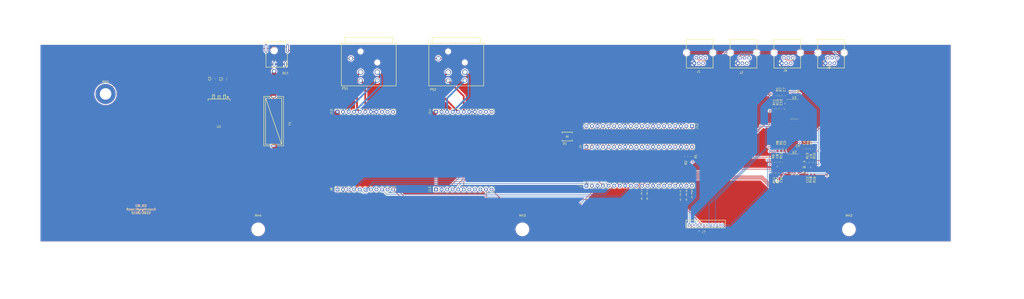
<source format=kicad_pcb>
(kicad_pcb (version 20171130) (host pcbnew "(5.1.10)-1")
  (layers (0 F.Cu signal) (31 B.Cu signal) (34 B.Paste user) (35 F.Paste user) (36 B.SilkS user) (37 F.SilkS user) (38 B.Mask user) (39 F.Mask user) (44 Edge.Cuts user))
  (net 0 "")
  (net 1 "Net-(C1-Pad1)")
  (net 2 GND)
  (net 3 +5V)
  (net 4 /Schmitt-Trigger_circuit/ST-RC_Circuit/1-3_OUT)
  (net 5 /Schmitt-Trigger_circuit/ST-RC_Circuit/1-2_OUT)
  (net 6 /Schmitt-Trigger_circuit/ST-RC_Circuit/1-1_OUT)
  (net 7 /Schmitt-Trigger_circuit/ST-RC_Circuit/1-6_OUT)
  (net 8 /Schmitt-Trigger_circuit/ST-RC_Circuit/1-5_OUT)
  (net 9 /Schmitt-Trigger_circuit/ST-RC_Circuit/1-4_OUT)
  (net 10 /Schmitt-Trigger_circuit/ST-RC_Circuit/2-1_OUT)
  (net 11 /Schmitt-Trigger_circuit/ST-RC_Circuit/2-2_OUT)
  (net 12 /VSYS)
  (net 13 GNDS)
  (net 14 +24V)
  (net 15 /GP15)
  (net 16 /GP14)
  (net 17 /GP13)
  (net 18 /GP12)
  (net 19 /GP11)
  (net 20 /GP10)
  (net 21 /GP9)
  (net 22 /GP8)
  (net 23 /GP7)
  (net 24 /GP6)
  (net 25 /SPI_CS_2)
  (net 26 /GP4)
  (net 27 /SPI_TX)
  (net 28 /SPI_SCK)
  (net 29 /SPI_CS)
  (net 30 /SPI_RX)
  (net 31 /VBUS)
  (net 32 /3V3_EN)
  (net 33 /3V3_OUT)
  (net 34 /ADC_REF)
  (net 35 /GP28)
  (net 36 /GP27)
  (net 37 /GP26)
  (net 38 /RUN)
  (net 39 /GP22)
  (net 40 /GP21)
  (net 41 /GP20)
  (net 42 /GP19)
  (net 43 /GP18)
  (net 44 /GP17)
  (net 45 /GP16)
  (net 46 /A1)
  (net 47 /A2)
  (net 48 /B1)
  (net 49 /B2)
  (net 50 /B2-2)
  (net 51 /B1-2)
  (net 52 /A2-2)
  (net 53 /A1-2)
  (net 54 "Net-(U3-Pad8)")
  (net 55 "Net-(U3-Pad10)")
  (net 56 "Net-(U3-Pad12)")
  (net 57 "Net-(U3-Pad6)")
  (net 58 "Net-(J7-Pad5)")
  (net 59 "Net-(J7-Pad1)")
  (net 60 /Switch_Limit1_Out)
  (net 61 /Switch_Limit2_Out)
  (net 62 /Switch_Limit3_Out)
  (net 63 /Switch_Limit4_Out)
  (net 64 /Switch_Down_Out)
  (net 65 /Switch_Up_Out)
  (net 66 /Switch_Turbo_Out)
  (net 67 /Switch_En\Dis_Out)
  (net 68 "Net-(MH2-Pad1)")
  (net 69 "Net-(MH3-Pad1)")
  (net 70 "Net-(MH4-Pad1)")
  (net 71 "Net-(J8-Pad8)")
  (net 72 "Net-(J8-Pad7)")
  (net 73 "Net-(J10-Pad11)")
  (net 74 "Net-(J10-Pad10)")
  (net 75 "Net-(J10-Pad9)")
  (net 76 "Net-(J13-Pad8)")
  (net 77 "Net-(J13-Pad7)")
  (net 78 "Net-(J14-Pad11)")
  (net 79 "Net-(J14-Pad10)")
  (net 80 "Net-(J14-Pad9)")
  (module 0_Lift_02:CONN-TH_B11B-ZR-LF-SN (layer F.Cu) (at 304.5 83 180)
    (fp_text reference J7 (at 0 -3.207) (layer F.SilkS) (effects (justify right)))
    (fp_text value Conn_01x11)
    (pad 1 thru_hole rect (at 7.5 0 180) (size 1.2 1.2) (drill 0.8) (layers *.Cu *.Mask) (net 59 "Net-(J7-Pad1)"))
    (pad 2 thru_hole circle (at 6 0 180) (size 1.2 1.2) (drill 0.8) (layers *.Cu *.Mask) (net 3 +5V))
    (pad 3 thru_hole circle (at 4.5 0 180) (size 1.2 1.2) (drill 0.8) (layers *.Cu *.Mask) (net 67 /Switch_En\Dis_Out))
    (pad 4 thru_hole circle (at 3 0 180) (size 1.2 1.2) (drill 0.8) (layers *.Cu *.Mask) (net 2 GND))
    (pad 5 thru_hole circle (at 1.5 0 180) (size 1.2 1.2) (drill 0.8) (layers *.Cu *.Mask) (net 58 "Net-(J7-Pad5)"))
    (pad 6 thru_hole circle (at 0 0 180) (size 1.2 1.2) (drill 0.8) (layers *.Cu *.Mask) (net 3 +5V))
    (pad 7 thru_hole circle (at -1.5 0 180) (size 1.2 1.2) (drill 0.8) (layers *.Cu *.Mask) (net 66 /Switch_Turbo_Out))
    (pad 8 thru_hole circle (at -3 0 180) (size 1.2 1.2) (drill 0.8) (layers *.Cu *.Mask) (net 2 GND))
    (pad 9 thru_hole circle (at -4.5 0 180) (size 1.2 1.2) (drill 0.8) (layers *.Cu *.Mask) (net 65 /Switch_Up_Out))
    (pad 10 thru_hole circle (at -6 0 180) (size 1.2 1.2) (drill 0.8) (layers *.Cu *.Mask) (net 2 GND))
    (pad 11 thru_hole circle (at -7.5 0 180) (size 1.2 1.2) (drill 0.8) (layers *.Cu *.Mask) (net 64 /Switch_Down_Out))
  )
  (module Capacitor_SMD:C_0603_1608Metric_Pad1.08x0.95mm_HandSolder (layer F.Cu) (at 346.6 48.2)
    (fp_text reference C4 (at 0 -1.43) (layer F.SilkS))
    (fp_text value 100nF)
    (pad 2 smd roundrect (at 0.8625 0) (size 1.075 0.95) (layers F.Cu F.Paste F.Mask) (net 33 /3V3_OUT))
    (pad 1 smd roundrect (at -0.8625 0) (size 1.075 0.95) (layers F.Cu F.Paste F.Mask) (net 2 GND))
  )
  (module Capacitor_SMD:C_0603_1608Metric_Pad1.08x0.95mm_HandSolder (layer F.Cu) (at 346.6 23.2)
    (fp_text reference C3 (at 0 -1.43) (layer F.SilkS))
    (fp_text value 100nF)
    (pad 2 smd roundrect (at 0.8625 0) (size 1.075 0.95) (layers F.Cu F.Paste F.Mask) (net 33 /3V3_OUT))
    (pad 1 smd roundrect (at -0.8625 0) (size 1.075 0.95) (layers F.Cu F.Paste F.Mask) (net 2 GND))
  )
  (module Resistor_SMD:R_0603_1608Metric_Pad0.98x0.95mm_HandSolder (layer F.Cu) (at 337.4 48.2 90)
    (fp_text reference R8 (at 2.8 0 270) (layer F.SilkS))
    (fp_text value 300K)
    (pad 2 smd roundrect (at 0.9125 0 90) (size 0.975 0.95) (layers F.Cu F.Paste F.Mask) (net 65 /Switch_Up_Out))
    (pad 1 smd roundrect (at -0.9125 0 90) (size 0.975 0.95) (layers F.Cu F.Paste F.Mask) (net 33 /3V3_OUT))
  )
  (module Resistor_SMD:R_0603_1608Metric_Pad0.98x0.95mm_HandSolder (layer F.Cu) (at 339 48.2 90)
    (fp_text reference R5 (at 2.8 0 270) (layer F.SilkS))
    (fp_text value 200K)
    (pad 2 smd roundrect (at 0.9125 0 90) (size 0.975 0.95) (layers F.Cu F.Paste F.Mask) (net 65 /Switch_Up_Out))
    (pad 1 smd roundrect (at -0.9125 0 90) (size 0.975 0.95) (layers F.Cu F.Paste F.Mask) (net 6 /Schmitt-Trigger_circuit/ST-RC_Circuit/1-1_OUT))
  )
  (module Resistor_SMD:R_0603_1608Metric_Pad0.98x0.95mm_HandSolder (layer F.Cu) (at 352.575 59.25 270)
    (fp_text reference R18 (at 3 0.075 90) (layer F.SilkS))
    (fp_text value 200K)
    (pad 2 smd roundrect (at 0.9125 0 270) (size 0.975 0.95) (layers F.Cu F.Paste F.Mask) (net 63 /Switch_Limit4_Out))
    (pad 1 smd roundrect (at -0.9125 0 270) (size 0.975 0.95) (layers F.Cu F.Paste F.Mask) (net 7 /Schmitt-Trigger_circuit/ST-RC_Circuit/1-6_OUT))
  )
  (module Resistor_SMD:R_0603_1608Metric_Pad0.98x0.95mm_HandSolder (layer F.Cu) (at 337.4 59.2125 270)
    (fp_text reference R17 (at 3.2875 0 90) (layer F.SilkS))
    (fp_text value 200K)
    (pad 2 smd roundrect (at 0.9125 0 270) (size 0.975 0.95) (layers F.Cu F.Paste F.Mask) (net 60 /Switch_Limit1_Out))
    (pad 1 smd roundrect (at -0.9125 0 270) (size 0.975 0.95) (layers F.Cu F.Paste F.Mask) (net 4 /Schmitt-Trigger_circuit/ST-RC_Circuit/1-3_OUT))
  )
  (module Resistor_SMD:R_0603_1608Metric_Pad0.98x0.95mm_HandSolder (layer F.Cu) (at 354.25 59.25 270)
    (fp_text reference R16 (at 3 0 90) (layer F.SilkS))
    (fp_text value 300K)
    (pad 2 smd roundrect (at 0.9125 0 270) (size 0.975 0.95) (layers F.Cu F.Paste F.Mask) (net 63 /Switch_Limit4_Out))
    (pad 1 smd roundrect (at -0.9125 0 270) (size 0.975 0.95) (layers F.Cu F.Paste F.Mask) (net 33 /3V3_OUT))
  )
  (module Resistor_SMD:R_0603_1608Metric_Pad0.98x0.95mm_HandSolder (layer F.Cu) (at 337.4 29.8 270)
    (fp_text reference R15 (at -3 0 90) (layer F.SilkS))
    (fp_text value 200K)
    (pad 2 smd roundrect (at 0.9125 0 270) (size 0.975 0.95) (layers F.Cu F.Paste F.Mask) (net 66 /Switch_Turbo_Out))
    (pad 1 smd roundrect (at -0.9125 0 270) (size 0.975 0.95) (layers F.Cu F.Paste F.Mask) (net 11 /Schmitt-Trigger_circuit/ST-RC_Circuit/2-2_OUT))
  )
  (module Resistor_SMD:R_0603_1608Metric_Pad0.98x0.95mm_HandSolder (layer F.Cu) (at 335.8 59.2 270)
    (fp_text reference R14 (at 3.3 0 90) (layer F.SilkS))
    (fp_text value 300K)
    (pad 2 smd roundrect (at 0.9125 0 270) (size 0.975 0.95) (layers F.Cu F.Paste F.Mask) (net 60 /Switch_Limit1_Out))
    (pad 1 smd roundrect (at -0.9125 0 270) (size 0.975 0.95) (layers F.Cu F.Paste F.Mask) (net 33 /3V3_OUT))
  )
  (module Resistor_SMD:R_0603_1608Metric_Pad0.98x0.95mm_HandSolder (layer F.Cu) (at 351 54.4 90)
    (fp_text reference R13 (at 3 0 90) (layer F.SilkS))
    (fp_text value 200K)
    (pad 2 smd roundrect (at 0.9125 0 90) (size 0.975 0.95) (layers F.Cu F.Paste F.Mask) (net 62 /Switch_Limit3_Out))
    (pad 1 smd roundrect (at -0.9125 0 90) (size 0.975 0.95) (layers F.Cu F.Paste F.Mask) (net 8 /Schmitt-Trigger_circuit/ST-RC_Circuit/1-5_OUT))
  )
  (module Resistor_SMD:R_0603_1608Metric_Pad0.98x0.95mm_HandSolder (layer F.Cu) (at 339 54.25 90)
    (fp_text reference R12 (at 3 0 90) (layer F.SilkS))
    (fp_text value 200K)
    (pad 2 smd roundrect (at 0.9125 0 90) (size 0.975 0.95) (layers F.Cu F.Paste F.Mask) (net 64 /Switch_Down_Out))
    (pad 1 smd roundrect (at -0.9125 0 90) (size 0.975 0.95) (layers F.Cu F.Paste F.Mask) (net 5 /Schmitt-Trigger_circuit/ST-RC_Circuit/1-2_OUT))
  )
  (module Resistor_SMD:R_0603_1608Metric_Pad0.98x0.95mm_HandSolder (layer F.Cu) (at 335.8 29.8 270)
    (fp_text reference R11 (at -3 0 90) (layer F.SilkS))
    (fp_text value 300K)
    (pad 2 smd roundrect (at 0.9125 0 270) (size 0.975 0.95) (layers F.Cu F.Paste F.Mask) (net 66 /Switch_Turbo_Out))
    (pad 1 smd roundrect (at -0.9125 0 270) (size 0.975 0.95) (layers F.Cu F.Paste F.Mask) (net 33 /3V3_OUT))
  )
  (module Resistor_SMD:R_0603_1608Metric_Pad0.98x0.95mm_HandSolder (layer F.Cu) (at 354.2 54.4 90)
    (fp_text reference R10 (at 3 0 90) (layer F.SilkS))
    (fp_text value 300K)
    (pad 2 smd roundrect (at 0.9125 0 90) (size 0.975 0.95) (layers F.Cu F.Paste F.Mask) (net 62 /Switch_Limit3_Out))
    (pad 1 smd roundrect (at -0.9125 0 90) (size 0.975 0.95) (layers F.Cu F.Paste F.Mask) (net 33 /3V3_OUT))
  )
  (module Resistor_SMD:R_0603_1608Metric_Pad0.98x0.95mm_HandSolder (layer F.Cu) (at 335.5 54.25 90)
    (fp_text reference R9 (at 2.6 0 90) (layer F.SilkS))
    (fp_text value 300K)
    (pad 2 smd roundrect (at 0.9125 0 90) (size 0.975 0.95) (layers F.Cu F.Paste F.Mask) (net 64 /Switch_Down_Out))
    (pad 1 smd roundrect (at -0.9125 0 90) (size 0.975 0.95) (layers F.Cu F.Paste F.Mask) (net 33 /3V3_OUT))
  )
  (module Resistor_SMD:R_0603_1608Metric_Pad0.98x0.95mm_HandSolder (layer F.Cu) (at 338.8 23.8 90)
    (fp_text reference R7 (at 2.8 -0.05 90) (layer F.SilkS))
    (fp_text value 200K)
    (pad 2 smd roundrect (at 0.9125 0 90) (size 0.975 0.95) (layers F.Cu F.Paste F.Mask) (net 67 /Switch_En\Dis_Out))
    (pad 1 smd roundrect (at -0.9125 0 90) (size 0.975 0.95) (layers F.Cu F.Paste F.Mask) (net 10 /Schmitt-Trigger_circuit/ST-RC_Circuit/2-1_OUT))
  )
  (module Resistor_SMD:R_0603_1608Metric_Pad0.98x0.95mm_HandSolder (layer F.Cu) (at 351.2 48.2 90)
    (fp_text reference R6 (at 2.8 0 90) (layer F.SilkS))
    (fp_text value 200K)
    (pad 2 smd roundrect (at 0.9125 0 90) (size 0.975 0.95) (layers F.Cu F.Paste F.Mask) (net 61 /Switch_Limit2_Out))
    (pad 1 smd roundrect (at -0.9125 0 90) (size 0.975 0.95) (layers F.Cu F.Paste F.Mask) (net 9 /Schmitt-Trigger_circuit/ST-RC_Circuit/1-4_OUT))
  )
  (module Resistor_SMD:R_0603_1608Metric_Pad0.98x0.95mm_HandSolder (layer F.Cu) (at 337.2 23.8 90)
    (fp_text reference R4 (at 2.8 0.05 90) (layer F.SilkS))
    (fp_text value 300K)
    (pad 2 smd roundrect (at 0.9125 0 90) (size 0.975 0.95) (layers F.Cu F.Paste F.Mask) (net 67 /Switch_En\Dis_Out))
    (pad 1 smd roundrect (at -0.9125 0 90) (size 0.975 0.95) (layers F.Cu F.Paste F.Mask) (net 33 /3V3_OUT))
  )
  (module Resistor_SMD:R_0603_1608Metric_Pad0.98x0.95mm_HandSolder (layer F.Cu) (at 352.8 48.2 90)
    (fp_text reference R3 (at 2.8 0 90) (layer F.SilkS))
    (fp_text value 300K)
    (pad 2 smd roundrect (at 0.9125 0 90) (size 0.975 0.95) (layers F.Cu F.Paste F.Mask) (net 61 /Switch_Limit2_Out))
    (pad 1 smd roundrect (at -0.9125 0 90) (size 0.975 0.95) (layers F.Cu F.Paste F.Mask) (net 33 /3V3_OUT))
  )
  (module Capacitor_SMD:C_0603_1608Metric_Pad1.08x0.95mm_HandSolder (layer F.Cu) (at 351 59.25 270)
    (fp_text reference C12 (at 3 0 90) (layer F.SilkS))
    (fp_text value 100nF)
    (pad 2 smd roundrect (at 0.8625 0 270) (size 1.075 0.95) (layers F.Cu F.Paste F.Mask) (net 2 GND))
    (pad 1 smd roundrect (at -0.8625 0 270) (size 1.075 0.95) (layers F.Cu F.Paste F.Mask) (net 7 /Schmitt-Trigger_circuit/ST-RC_Circuit/1-6_OUT))
  )
  (module Capacitor_SMD:C_0603_1608Metric_Pad1.08x0.95mm_HandSolder (layer F.Cu) (at 339 59.2 270)
    (fp_text reference C11 (at 3 0 90) (layer F.SilkS))
    (fp_text value 100nF)
    (pad 2 smd roundrect (at 0.8625 0 270) (size 1.075 0.95) (layers F.Cu F.Paste F.Mask) (net 2 GND))
    (pad 1 smd roundrect (at -0.8625 0 270) (size 1.075 0.95) (layers F.Cu F.Paste F.Mask) (net 4 /Schmitt-Trigger_circuit/ST-RC_Circuit/1-3_OUT))
  )
  (module Capacitor_SMD:C_0603_1608Metric_Pad1.08x0.95mm_HandSolder (layer F.Cu) (at 339 29.8 270)
    (fp_text reference C10 (at -3 0 90) (layer F.SilkS))
    (fp_text value 100nF)
    (pad 2 smd roundrect (at 0.8625 0 270) (size 1.075 0.95) (layers F.Cu F.Paste F.Mask) (net 2 GND))
    (pad 1 smd roundrect (at -0.8625 0 270) (size 1.075 0.95) (layers F.Cu F.Paste F.Mask) (net 11 /Schmitt-Trigger_circuit/ST-RC_Circuit/2-2_OUT))
  )
  (module Capacitor_SMD:C_0603_1608Metric_Pad1.08x0.95mm_HandSolder (layer F.Cu) (at 352.6 54.4 270)
    (fp_text reference C9 (at -2.9 -0.15 90) (layer F.SilkS))
    (fp_text value 100nF)
    (pad 2 smd roundrect (at 0.8625 0 270) (size 1.075 0.95) (layers F.Cu F.Paste F.Mask) (net 2 GND))
    (pad 1 smd roundrect (at -0.8625 0 270) (size 1.075 0.95) (layers F.Cu F.Paste F.Mask) (net 8 /Schmitt-Trigger_circuit/ST-RC_Circuit/1-5_OUT))
  )
  (module Capacitor_SMD:C_0603_1608Metric_Pad1.08x0.95mm_HandSolder (layer F.Cu) (at 337.25 54.25 270)
    (fp_text reference C8 (at -2.75 0 90) (layer F.SilkS))
    (fp_text value 100nF)
    (pad 2 smd roundrect (at 0.8625 0 270) (size 1.075 0.95) (layers F.Cu F.Paste F.Mask) (net 2 GND))
    (pad 1 smd roundrect (at -0.8625 0 270) (size 1.075 0.95) (layers F.Cu F.Paste F.Mask) (net 5 /Schmitt-Trigger_circuit/ST-RC_Circuit/1-2_OUT))
  )
  (module Capacitor_SMD:C_0603_1608Metric_Pad1.08x0.95mm_HandSolder (layer F.Cu) (at 340.4 23.8 90)
    (fp_text reference C7 (at 2.8 0.1 90) (layer F.SilkS))
    (fp_text value 100nF)
    (pad 2 smd roundrect (at 0.8625 0 90) (size 1.075 0.95) (layers F.Cu F.Paste F.Mask) (net 2 GND))
    (pad 1 smd roundrect (at -0.8625 0 90) (size 1.075 0.95) (layers F.Cu F.Paste F.Mask) (net 10 /Schmitt-Trigger_circuit/ST-RC_Circuit/2-1_OUT))
  )
  (module Capacitor_SMD:C_0603_1608Metric_Pad1.08x0.95mm_HandSolder (layer F.Cu) (at 349.6 48.2 90)
    (fp_text reference C6 (at 2.8 0 90) (layer F.SilkS))
    (fp_text value 100nF)
    (pad 2 smd roundrect (at 0.8625 0 90) (size 1.075 0.95) (layers F.Cu F.Paste F.Mask) (net 2 GND))
    (pad 1 smd roundrect (at -0.8625 0 90) (size 1.075 0.95) (layers F.Cu F.Paste F.Mask) (net 9 /Schmitt-Trigger_circuit/ST-RC_Circuit/1-4_OUT))
  )
  (module Capacitor_SMD:C_0603_1608Metric_Pad1.08x0.95mm_HandSolder (layer F.Cu) (at 340.6 48.2 90)
    (fp_text reference C5 (at 2.8 0 270) (layer F.SilkS))
    (fp_text value 100nF)
    (pad 2 smd roundrect (at 0.8625 0 90) (size 1.075 0.95) (layers F.Cu F.Paste F.Mask) (net 2 GND))
    (pad 1 smd roundrect (at -0.8625 0 90) (size 1.075 0.95) (layers F.Cu F.Paste F.Mask) (net 6 /Schmitt-Trigger_circuit/ST-RC_Circuit/1-1_OUT))
  )
  (module Connector_PinSocket_2.54mm:PinSocket_1x11_P2.54mm_Vertical (layer F.Cu) (at 181.25 31.19 90)
    (fp_text reference J14 (at 0 -2.77 90) (layer F.SilkS))
    (fp_text value Conn_01x11)
    (pad 11 thru_hole oval (at 0 25.4 90) (size 1.7 1.7) (drill 1) (layers *.Cu *.Mask) (net 78 "Net-(J14-Pad11)"))
    (pad 10 thru_hole oval (at 0 22.86 90) (size 1.7 1.7) (drill 1) (layers *.Cu *.Mask) (net 79 "Net-(J14-Pad10)"))
    (pad 9 thru_hole oval (at 0 20.32 90) (size 1.7 1.7) (drill 1) (layers *.Cu *.Mask) (net 80 "Net-(J14-Pad9)"))
    (pad 8 thru_hole oval (at 0 17.78 90) (size 1.7 1.7) (drill 1) (layers *.Cu *.Mask) (net 2 GND))
    (pad 7 thru_hole oval (at 0 15.24 90) (size 1.7 1.7) (drill 1) (layers *.Cu *.Mask) (net 2 GND))
    (pad 6 thru_hole oval (at 0 12.7 90) (size 1.7 1.7) (drill 1) (layers *.Cu *.Mask) (net 53 /A1-2))
    (pad 5 thru_hole oval (at 0 10.16 90) (size 1.7 1.7) (drill 1) (layers *.Cu *.Mask) (net 52 /A2-2))
    (pad 4 thru_hole oval (at 0 7.62 90) (size 1.7 1.7) (drill 1) (layers *.Cu *.Mask) (net 51 /B1-2))
    (pad 3 thru_hole oval (at 0 5.08 90) (size 1.7 1.7) (drill 1) (layers *.Cu *.Mask) (net 50 /B2-2))
    (pad 2 thru_hole oval (at 0 2.54 90) (size 1.7 1.7) (drill 1) (layers *.Cu *.Mask) (net 2 GND))
    (pad 1 thru_hole rect (at 0 0 90) (size 1.7 1.7) (drill 1) (layers *.Cu *.Mask) (net 14 +24V))
  )
  (module Connector_PinSocket_2.54mm:PinSocket_1x11_P2.54mm_Vertical (layer F.Cu) (at 181.25 66.75 90)
    (fp_text reference J13 (at 0 -2.77 90) (layer F.SilkS))
    (fp_text value Conn_01x11)
    (pad 11 thru_hole oval (at 0 25.4 90) (size 1.7 1.7) (drill 1) (layers *.Cu *.Mask) (net 23 /GP7))
    (pad 10 thru_hole oval (at 0 22.86 90) (size 1.7 1.7) (drill 1) (layers *.Cu *.Mask) (net 24 /GP6))
    (pad 9 thru_hole oval (at 0 20.32 90) (size 1.7 1.7) (drill 1) (layers *.Cu *.Mask) (net 26 /GP4))
    (pad 8 thru_hole oval (at 0 17.78 90) (size 1.7 1.7) (drill 1) (layers *.Cu *.Mask) (net 76 "Net-(J13-Pad8)"))
    (pad 7 thru_hole oval (at 0 15.24 90) (size 1.7 1.7) (drill 1) (layers *.Cu *.Mask) (net 77 "Net-(J13-Pad7)"))
    (pad 6 thru_hole oval (at 0 12.7 90) (size 1.7 1.7) (drill 1) (layers *.Cu *.Mask) (net 30 /SPI_RX))
    (pad 5 thru_hole oval (at 0 10.16 90) (size 1.7 1.7) (drill 1) (layers *.Cu *.Mask) (net 27 /SPI_TX))
    (pad 4 thru_hole oval (at 0 7.62 90) (size 1.7 1.7) (drill 1) (layers *.Cu *.Mask) (net 28 /SPI_SCK))
    (pad 3 thru_hole oval (at 0 5.08 90) (size 1.7 1.7) (drill 1) (layers *.Cu *.Mask) (net 25 /SPI_CS_2))
    (pad 2 thru_hole oval (at 0 2.54 90) (size 1.7 1.7) (drill 1) (layers *.Cu *.Mask) (net 2 GND))
    (pad 1 thru_hole rect (at 0 0 90) (size 1.7 1.7) (drill 1) (layers *.Cu *.Mask) (net 33 /3V3_OUT))
  )
  (module Connector_PinSocket_2.54mm:PinSocket_1x11_P2.54mm_Vertical (layer F.Cu) (at 136.25 31.19 90)
    (fp_text reference J10 (at 0 -2.77 90) (layer F.SilkS))
    (fp_text value Conn_01x11)
    (pad 11 thru_hole oval (at 0 25.4 90) (size 1.7 1.7) (drill 1) (layers *.Cu *.Mask) (net 73 "Net-(J10-Pad11)"))
    (pad 10 thru_hole oval (at 0 22.86 90) (size 1.7 1.7) (drill 1) (layers *.Cu *.Mask) (net 74 "Net-(J10-Pad10)"))
    (pad 9 thru_hole oval (at 0 20.32 90) (size 1.7 1.7) (drill 1) (layers *.Cu *.Mask) (net 75 "Net-(J10-Pad9)"))
    (pad 8 thru_hole oval (at 0 17.78 90) (size 1.7 1.7) (drill 1) (layers *.Cu *.Mask) (net 2 GND))
    (pad 7 thru_hole oval (at 0 15.24 90) (size 1.7 1.7) (drill 1) (layers *.Cu *.Mask) (net 2 GND))
    (pad 6 thru_hole oval (at 0 12.7 90) (size 1.7 1.7) (drill 1) (layers *.Cu *.Mask) (net 46 /A1))
    (pad 5 thru_hole oval (at 0 10.16 90) (size 1.7 1.7) (drill 1) (layers *.Cu *.Mask) (net 47 /A2))
    (pad 4 thru_hole oval (at 0 7.62 90) (size 1.7 1.7) (drill 1) (layers *.Cu *.Mask) (net 48 /B1))
    (pad 3 thru_hole oval (at 0 5.08 90) (size 1.7 1.7) (drill 1) (layers *.Cu *.Mask) (net 49 /B2))
    (pad 2 thru_hole oval (at 0 2.54 90) (size 1.7 1.7) (drill 1) (layers *.Cu *.Mask) (net 2 GND))
    (pad 1 thru_hole rect (at 0 0 90) (size 1.7 1.7) (drill 1) (layers *.Cu *.Mask) (net 14 +24V))
  )
  (module Connector_PinSocket_2.54mm:PinSocket_1x11_P2.54mm_Vertical (layer F.Cu) (at 136.25 66.75 90)
    (fp_text reference J8 (at 0 -2.77 90) (layer F.SilkS))
    (fp_text value Conn_01x11)
    (pad 11 thru_hole oval (at 0 25.4 90) (size 1.7 1.7) (drill 1) (layers *.Cu *.Mask) (net 23 /GP7))
    (pad 10 thru_hole oval (at 0 22.86 90) (size 1.7 1.7) (drill 1) (layers *.Cu *.Mask) (net 24 /GP6))
    (pad 9 thru_hole oval (at 0 20.32 90) (size 1.7 1.7) (drill 1) (layers *.Cu *.Mask) (net 26 /GP4))
    (pad 8 thru_hole oval (at 0 17.78 90) (size 1.7 1.7) (drill 1) (layers *.Cu *.Mask) (net 71 "Net-(J8-Pad8)"))
    (pad 7 thru_hole oval (at 0 15.24 90) (size 1.7 1.7) (drill 1) (layers *.Cu *.Mask) (net 72 "Net-(J8-Pad7)"))
    (pad 6 thru_hole oval (at 0 12.7 90) (size 1.7 1.7) (drill 1) (layers *.Cu *.Mask) (net 30 /SPI_RX))
    (pad 5 thru_hole oval (at 0 10.16 90) (size 1.7 1.7) (drill 1) (layers *.Cu *.Mask) (net 27 /SPI_TX))
    (pad 4 thru_hole oval (at 0 7.62 90) (size 1.7 1.7) (drill 1) (layers *.Cu *.Mask) (net 28 /SPI_SCK))
    (pad 3 thru_hole oval (at 0 5.08 90) (size 1.7 1.7) (drill 1) (layers *.Cu *.Mask) (net 29 /SPI_CS))
    (pad 2 thru_hole oval (at 0 2.54 90) (size 1.7 1.7) (drill 1) (layers *.Cu *.Mask) (net 2 GND))
    (pad 1 thru_hole rect (at 0 0 90) (size 1.7 1.7) (drill 1) (layers *.Cu *.Mask) (net 33 /3V3_OUT))
  )
  (module MountingHole:MountingHole_5.3mm_M5 (layer F.Cu) (at 100 85)
    (fp_text reference MH4 (at 0 -6.3) (layer F.SilkS))
    (fp_text value MountingHole)
    (pad 1 np_thru_hole circle (at 0 0) (size 5.3 5.3) (drill 5.3) (layers *.Cu *.Mask) (net 70 "Net-(MH4-Pad1)"))
  )
  (module MountingHole:MountingHole_5.3mm_M5 (layer F.Cu) (at 220.75 85)
    (fp_text reference MH3 (at 0 -6.3) (layer F.SilkS))
    (fp_text value MountingHole)
    (pad 1 np_thru_hole circle (at 0 0) (size 5.3 5.3) (drill 5.3) (layers *.Cu *.Mask) (net 69 "Net-(MH3-Pad1)"))
  )
  (module MountingHole:MountingHole_5.3mm_M5 (layer F.Cu) (at 370 85)
    (fp_text reference MH2 (at 0 -6.3) (layer F.SilkS))
    (fp_text value MountingHole)
    (pad 1 np_thru_hole circle (at 0 0) (size 5.3 5.3) (drill 5.3) (layers *.Cu *.Mask) (net 68 "Net-(MH2-Pad1)"))
  )
  (module MountingHole:MountingHole_5.3mm_M5_DIN965_Pad (layer F.Cu) (at 30.25 23)
    (fp_text reference MH1 (at 0 -5.6) (layer F.SilkS))
    (fp_text value MountingHole)
    (pad 1 thru_hole circle (at 0 0) (size 9.2 9.2) (drill 5.3) (layers *.Cu *.Mask) (net 13 GNDS))
  )
  (module Package_SO:SOIC-14_3.9x8.7mm_P1.27mm (layer F.Cu) (at 345 55)
    (fp_text reference U2 (at 0 -5.28) (layer F.SilkS))
    (fp_text value SN74LVC14ADR)
    (pad 14 smd roundrect (at 2.475 -3.81) (size 1.95 0.6) (layers F.Cu F.Paste F.Mask) (net 33 /3V3_OUT))
    (pad 13 smd roundrect (at 2.475 -2.54) (size 1.95 0.6) (layers F.Cu F.Paste F.Mask) (net 9 /Schmitt-Trigger_circuit/ST-RC_Circuit/1-4_OUT))
    (pad 12 smd roundrect (at 2.475 -1.27) (size 1.95 0.6) (layers F.Cu F.Paste F.Mask) (net 17 /GP13))
    (pad 11 smd roundrect (at 2.475 0) (size 1.95 0.6) (layers F.Cu F.Paste F.Mask) (net 8 /Schmitt-Trigger_circuit/ST-RC_Circuit/1-5_OUT))
    (pad 10 smd roundrect (at 2.475 1.27) (size 1.95 0.6) (layers F.Cu F.Paste F.Mask) (net 16 /GP14))
    (pad 9 smd roundrect (at 2.475 2.54) (size 1.95 0.6) (layers F.Cu F.Paste F.Mask) (net 7 /Schmitt-Trigger_circuit/ST-RC_Circuit/1-6_OUT))
    (pad 8 smd roundrect (at 2.475 3.81) (size 1.95 0.6) (layers F.Cu F.Paste F.Mask) (net 15 /GP15))
    (pad 7 smd roundrect (at -2.475 3.81) (size 1.95 0.6) (layers F.Cu F.Paste F.Mask) (net 2 GND))
    (pad 6 smd roundrect (at -2.475 2.54) (size 1.95 0.6) (layers F.Cu F.Paste F.Mask) (net 18 /GP12))
    (pad 5 smd roundrect (at -2.475 1.27) (size 1.95 0.6) (layers F.Cu F.Paste F.Mask) (net 4 /Schmitt-Trigger_circuit/ST-RC_Circuit/1-3_OUT))
    (pad 4 smd roundrect (at -2.475 0) (size 1.95 0.6) (layers F.Cu F.Paste F.Mask) (net 19 /GP11))
    (pad 3 smd roundrect (at -2.475 -1.27) (size 1.95 0.6) (layers F.Cu F.Paste F.Mask) (net 5 /Schmitt-Trigger_circuit/ST-RC_Circuit/1-2_OUT))
    (pad 2 smd roundrect (at -2.475 -2.54) (size 1.95 0.6) (layers F.Cu F.Paste F.Mask) (net 20 /GP10))
    (pad 1 smd roundrect (at -2.475 -3.81) (size 1.95 0.6) (layers F.Cu F.Paste F.Mask) (net 6 /Schmitt-Trigger_circuit/ST-RC_Circuit/1-1_OUT))
  )
  (module Package_SO:SOIC-14_3.9x8.7mm_P1.27mm (layer F.Cu) (at 345 30)
    (fp_text reference U3 (at 0 -5.28) (layer F.SilkS))
    (fp_text value SN74LVC14ADR)
    (pad 14 smd roundrect (at 2.475 -3.81) (size 1.95 0.6) (layers F.Cu F.Paste F.Mask) (net 33 /3V3_OUT))
    (pad 13 smd roundrect (at 2.475 -2.54) (size 1.95 0.6) (layers F.Cu F.Paste F.Mask) (net 2 GND))
    (pad 12 smd roundrect (at 2.475 -1.27) (size 1.95 0.6) (layers F.Cu F.Paste F.Mask) (net 56 "Net-(U3-Pad12)"))
    (pad 11 smd roundrect (at 2.475 0) (size 1.95 0.6) (layers F.Cu F.Paste F.Mask) (net 2 GND))
    (pad 10 smd roundrect (at 2.475 1.27) (size 1.95 0.6) (layers F.Cu F.Paste F.Mask) (net 55 "Net-(U3-Pad10)"))
    (pad 9 smd roundrect (at 2.475 2.54) (size 1.95 0.6) (layers F.Cu F.Paste F.Mask) (net 2 GND))
    (pad 8 smd roundrect (at 2.475 3.81) (size 1.95 0.6) (layers F.Cu F.Paste F.Mask) (net 54 "Net-(U3-Pad8)"))
    (pad 7 smd roundrect (at -2.475 3.81) (size 1.95 0.6) (layers F.Cu F.Paste F.Mask) (net 2 GND))
    (pad 6 smd roundrect (at -2.475 2.54) (size 1.95 0.6) (layers F.Cu F.Paste F.Mask) (net 57 "Net-(U3-Pad6)"))
    (pad 5 smd roundrect (at -2.475 1.27) (size 1.95 0.6) (layers F.Cu F.Paste F.Mask) (net 2 GND))
    (pad 4 smd roundrect (at -2.475 0) (size 1.95 0.6) (layers F.Cu F.Paste F.Mask) (net 21 /GP9))
    (pad 3 smd roundrect (at -2.475 -1.27) (size 1.95 0.6) (layers F.Cu F.Paste F.Mask) (net 11 /Schmitt-Trigger_circuit/ST-RC_Circuit/2-2_OUT))
    (pad 2 smd roundrect (at -2.475 -2.54) (size 1.95 0.6) (layers F.Cu F.Paste F.Mask) (net 22 /GP8))
    (pad 1 smd roundrect (at -2.475 -3.81) (size 1.95 0.6) (layers F.Cu F.Paste F.Mask) (net 10 /Schmitt-Trigger_circuit/ST-RC_Circuit/2-1_OUT))
  )
  (module 0_Lift_02:SMB_L4.6-W3.6-LS5.3-R-RD (layer F.Cu) (at 241.25 42.5 180)
    (fp_text reference D1 (at 0 -3.207) (layer F.SilkS) (effects (justify right)))
    (fp_text value SS3150_SMB)
    (pad 1 smd rect (at 2.4 0 180) (size 1.8 2.54) (layers F.Cu F.Paste F.Mask) (net 3 +5V))
    (pad 2 smd rect (at -2.4 0 180) (size 1.8 2.54) (layers F.Cu F.Paste F.Mask) (net 12 /VSYS))
  )
  (module 0_Lift_02:TO-263-3_L8.6-W10.2-P2.54-LS14.4-BR (layer F.Cu) (at 82.1 26.5 90)
    (fp_text reference U1 (at -11.5 -1.1 180) (layer F.SilkS) (effects (justify left)))
    (fp_text value LM7805S_TR)
    (pad 2 smd rect (at 4.952 0 90) (size 3.3 1.511) (layers F.Cu F.Paste F.Mask) (net 2 GND))
    (pad 1 smd rect (at 4.952 2.54 90) (size 3.3 1.511) (layers F.Cu F.Paste F.Mask) (net 1 "Net-(C1-Pad1)"))
    (pad 3 smd rect (at 4.952 -2.54 90) (size 3.3 1.511) (layers F.Cu F.Paste F.Mask) (net 3 +5V))
    (pad 4 smd rect (at -4.952 0 90) (size 10.02 10.122) (layers F.Cu F.Paste F.Mask) (net 2 GND))
  )
  (module Resistor_SMD:R_0805_2012Metric_Pad1.20x1.40mm_HandSolder (layer F.Cu) (at 295.6 51.6 270)
    (fp_text reference R2 (at 2.9 0.1 90) (layer F.SilkS))
    (fp_text value 300)
    (pad 2 smd roundrect (at 1 0 270) (size 1.2 1.4) (layers F.Cu F.Paste F.Mask) (roundrect_rratio 0.2083325) (net 58 "Net-(J7-Pad5)"))
    (pad 1 smd roundrect (at -1 0 270) (size 1.2 1.4) (layers F.Cu F.Paste F.Mask) (roundrect_rratio 0.2083325) (net 44 /GP17))
  )
  (module Resistor_SMD:R_0805_2012Metric_Pad1.20x1.40mm_HandSolder (layer F.Cu) (at 298.4 51.6 270)
    (fp_text reference R1 (at 0 -1.65 90) (layer F.SilkS))
    (fp_text value 300)
    (pad 2 smd roundrect (at 1 0 270) (size 1.2 1.4) (layers F.Cu F.Paste F.Mask) (roundrect_rratio 0.2083325) (net 59 "Net-(J7-Pad1)"))
    (pad 1 smd roundrect (at -1 0 270) (size 1.2 1.4) (layers F.Cu F.Paste F.Mask) (roundrect_rratio 0.2083325) (net 45 /GP16))
  )
  (module 0_Lift_02:CONN-TH_NC4FBH (layer F.Cu) (at 188.4 11.8 180)
    (fp_text reference PS2 (at 6.9 -9.2) (layer F.SilkS) (effects (justify right)))
    (fp_text value XLR4)
    (pad "" np_thru_hole circle (at -6.03 3.175 180) (size 1.8 1.8) (drill 1.8) (layers *.Cu *.Mask))
    (pad "" np_thru_hole circle (at 1.59 8.255 180) (size 1.8 1.8) (drill 1.8) (layers *.Cu *.Mask))
    (pad 5 thru_hole circle (at 6.03 5.085) (size 2 2) (drill 1.4) (layers *.Cu *.Mask) (net 13 GNDS))
    (pad 4 thru_hole circle (at -6.03 -5.085) (size 2 2) (drill 1.4) (layers *.Cu *.Mask) (net 50 /B2-2))
    (pad 3 thru_hole circle (at -6.03 -1.27) (size 2.5 2.5) (drill 1.8) (layers *.Cu *.Mask) (net 51 /B1-2))
    (pad 2 thru_hole circle (at 1.59 -1.27) (size 2.5 2.5) (drill 1.8) (layers *.Cu *.Mask) (net 52 /A2-2))
    (pad 1 thru_hole circle (at 1.59 -5.085) (size 2 2) (drill 1.4) (layers *.Cu *.Mask) (net 53 /A1-2))
  )
  (module 0_Lift_02:CONN-TH_NC4FBH (layer F.Cu) (at 148.4 11.8 180)
    (fp_text reference PS1 (at 7.15 -8.7) (layer F.SilkS) (effects (justify right)))
    (fp_text value XLR4)
    (pad "" np_thru_hole circle (at -6.03 3.175 180) (size 1.8 1.8) (drill 1.8) (layers *.Cu *.Mask))
    (pad "" np_thru_hole circle (at 1.59 8.255 180) (size 1.8 1.8) (drill 1.8) (layers *.Cu *.Mask))
    (pad 5 thru_hole circle (at 6.03 5.085) (size 2 2) (drill 1.4) (layers *.Cu *.Mask) (net 13 GNDS))
    (pad 4 thru_hole circle (at -6.03 -5.085) (size 2 2) (drill 1.4) (layers *.Cu *.Mask) (net 49 /B2))
    (pad 3 thru_hole circle (at -6.03 -1.27) (size 2.5 2.5) (drill 1.8) (layers *.Cu *.Mask) (net 48 /B1))
    (pad 2 thru_hole circle (at 1.59 -1.27) (size 2.5 2.5) (drill 1.8) (layers *.Cu *.Mask) (net 47 /A2))
    (pad 1 thru_hole circle (at 1.59 -5.085) (size 2 2) (drill 1.4) (layers *.Cu *.Mask) (net 46 /A1))
  )
  (module Connector_PinHeader_2.54mm:PinHeader_1x20_P2.54mm_Vertical (layer F.Cu) (at 298.25 37.75 270)
    (fp_text reference J12 (at 0 -2.33 90) (layer F.SilkS))
    (fp_text value Conn_01x20)
    (pad 20 thru_hole oval (at 0 48.26 270) (size 1.7 1.7) (drill 1) (layers *.Cu *.Mask) (net 31 /VBUS))
    (pad 19 thru_hole oval (at 0 45.72 270) (size 1.7 1.7) (drill 1) (layers *.Cu *.Mask) (net 12 /VSYS))
    (pad 18 thru_hole oval (at 0 43.18 270) (size 1.7 1.7) (drill 1) (layers *.Cu *.Mask) (net 2 GND))
    (pad 17 thru_hole oval (at 0 40.64 270) (size 1.7 1.7) (drill 1) (layers *.Cu *.Mask) (net 32 /3V3_EN))
    (pad 16 thru_hole oval (at 0 38.1 270) (size 1.7 1.7) (drill 1) (layers *.Cu *.Mask) (net 33 /3V3_OUT))
    (pad 15 thru_hole oval (at 0 35.56 270) (size 1.7 1.7) (drill 1) (layers *.Cu *.Mask) (net 34 /ADC_REF))
    (pad 14 thru_hole oval (at 0 33.02 270) (size 1.7 1.7) (drill 1) (layers *.Cu *.Mask) (net 35 /GP28))
    (pad 13 thru_hole oval (at 0 30.48 270) (size 1.7 1.7) (drill 1) (layers *.Cu *.Mask) (net 2 GND))
    (pad 12 thru_hole oval (at 0 27.94 270) (size 1.7 1.7) (drill 1) (layers *.Cu *.Mask) (net 36 /GP27))
    (pad 11 thru_hole oval (at 0 25.4 270) (size 1.7 1.7) (drill 1) (layers *.Cu *.Mask) (net 37 /GP26))
    (pad 10 thru_hole oval (at 0 22.86 270) (size 1.7 1.7) (drill 1) (layers *.Cu *.Mask) (net 38 /RUN))
    (pad 9 thru_hole oval (at 0 20.32 270) (size 1.7 1.7) (drill 1) (layers *.Cu *.Mask) (net 39 /GP22))
    (pad 8 thru_hole oval (at 0 17.78 270) (size 1.7 1.7) (drill 1) (layers *.Cu *.Mask) (net 2 GND))
    (pad 7 thru_hole oval (at 0 15.24 270) (size 1.7 1.7) (drill 1) (layers *.Cu *.Mask) (net 40 /GP21))
    (pad 6 thru_hole oval (at 0 12.7 270) (size 1.7 1.7) (drill 1) (layers *.Cu *.Mask) (net 41 /GP20))
    (pad 5 thru_hole oval (at 0 10.16 270) (size 1.7 1.7) (drill 1) (layers *.Cu *.Mask) (net 42 /GP19))
    (pad 4 thru_hole oval (at 0 7.62 270) (size 1.7 1.7) (drill 1) (layers *.Cu *.Mask) (net 43 /GP18))
    (pad 3 thru_hole oval (at 0 5.08 270) (size 1.7 1.7) (drill 1) (layers *.Cu *.Mask) (net 2 GND))
    (pad 2 thru_hole oval (at 0 2.54 270) (size 1.7 1.7) (drill 1) (layers *.Cu *.Mask) (net 44 /GP17))
    (pad 1 thru_hole rect (at 0 0 270) (size 1.7 1.7) (drill 1) (layers *.Cu *.Mask) (net 45 /GP16))
  )
  (module 0_Lift_02:RJ11-TH_PCB-6P6C-90 (layer F.Cu) (at 361.8 7.7 180)
    (fp_text reference J6 (at 0 -3.207) (layer F.SilkS) (effects (justify right)))
    (fp_text value RJ11_Shielded)
    (pad SH thru_hole circle (at -6 3.57 180) (size 2.4 2.4) (drill 2.4) (layers *.Cu *.Mask) (net 13 GNDS))
    (pad SH thru_hole circle (at 6 3.57 180) (size 2.4 2.4) (drill 2.4) (layers *.Cu *.Mask) (net 13 GNDS))
    (pad 4 thru_hole circle (at -0.51 1.27) (size 1.6 1.6) (drill 1) (layers *.Cu *.Mask))
    (pad 3 thru_hole circle (at 0.51 -1.27) (size 1.6 1.6) (drill 1) (layers *.Cu *.Mask))
    (pad 2 thru_hole circle (at 1.53 1.27) (size 1.6 1.6) (drill 1) (layers *.Cu *.Mask) (net 63 /Switch_Limit4_Out))
    (pad 1 thru_hole rect (at 2.55 -1.27) (size 1.6 1.6) (drill 1) (layers *.Cu *.Mask) (net 2 GND))
    (pad 6 thru_hole circle (at -2.55 1.27) (size 1.6 1.6) (drill 1) (layers *.Cu *.Mask))
    (pad 5 thru_hole circle (at -1.53 -1.27) (size 1.6 1.6) (drill 1) (layers *.Cu *.Mask))
  )
  (module 0_Lift_02:RJ11-TH_PCB-6P6C-90 (layer F.Cu) (at 341.8 7.7 180)
    (fp_text reference J5 (at 0 -4.55) (layer F.SilkS) (effects (justify right)))
    (fp_text value RJ11_Shielded)
    (pad SH thru_hole circle (at -6 3.57 180) (size 2.4 2.4) (drill 2.4) (layers *.Cu *.Mask) (net 13 GNDS))
    (pad SH thru_hole circle (at 6 3.57 180) (size 2.4 2.4) (drill 2.4) (layers *.Cu *.Mask) (net 13 GNDS))
    (pad 4 thru_hole circle (at -0.51 1.27) (size 1.6 1.6) (drill 1) (layers *.Cu *.Mask))
    (pad 3 thru_hole circle (at 0.51 -1.27) (size 1.6 1.6) (drill 1) (layers *.Cu *.Mask))
    (pad 2 thru_hole circle (at 1.53 1.27) (size 1.6 1.6) (drill 1) (layers *.Cu *.Mask) (net 62 /Switch_Limit3_Out))
    (pad 1 thru_hole rect (at 2.55 -1.27) (size 1.6 1.6) (drill 1) (layers *.Cu *.Mask) (net 2 GND))
    (pad 6 thru_hole circle (at -2.55 1.27) (size 1.6 1.6) (drill 1) (layers *.Cu *.Mask))
    (pad 5 thru_hole circle (at -1.53 -1.27) (size 1.6 1.6) (drill 1) (layers *.Cu *.Mask))
  )
  (module Connector_PinSocket_2.54mm:PinSocket_1x20_P2.54mm_Vertical (layer F.Cu) (at 250 47.22 90)
    (fp_text reference J4 (at 0 -2.77 90) (layer F.SilkS))
    (fp_text value Conn_01x20)
    (pad 20 thru_hole oval (at 0 48.26 90) (size 1.7 1.7) (drill 1) (layers *.Cu *.Mask) (net 45 /GP16))
    (pad 19 thru_hole oval (at 0 45.72 90) (size 1.7 1.7) (drill 1) (layers *.Cu *.Mask) (net 44 /GP17))
    (pad 18 thru_hole oval (at 0 43.18 90) (size 1.7 1.7) (drill 1) (layers *.Cu *.Mask) (net 2 GND))
    (pad 17 thru_hole oval (at 0 40.64 90) (size 1.7 1.7) (drill 1) (layers *.Cu *.Mask) (net 43 /GP18))
    (pad 16 thru_hole oval (at 0 38.1 90) (size 1.7 1.7) (drill 1) (layers *.Cu *.Mask) (net 42 /GP19))
    (pad 15 thru_hole oval (at 0 35.56 90) (size 1.7 1.7) (drill 1) (layers *.Cu *.Mask) (net 41 /GP20))
    (pad 14 thru_hole oval (at 0 33.02 90) (size 1.7 1.7) (drill 1) (layers *.Cu *.Mask) (net 40 /GP21))
    (pad 13 thru_hole oval (at 0 30.48 90) (size 1.7 1.7) (drill 1) (layers *.Cu *.Mask) (net 2 GND))
    (pad 12 thru_hole oval (at 0 27.94 90) (size 1.7 1.7) (drill 1) (layers *.Cu *.Mask) (net 39 /GP22))
    (pad 11 thru_hole oval (at 0 25.4 90) (size 1.7 1.7) (drill 1) (layers *.Cu *.Mask) (net 38 /RUN))
    (pad 10 thru_hole oval (at 0 22.86 90) (size 1.7 1.7) (drill 1) (layers *.Cu *.Mask) (net 37 /GP26))
    (pad 9 thru_hole oval (at 0 20.32 90) (size 1.7 1.7) (drill 1) (layers *.Cu *.Mask) (net 36 /GP27))
    (pad 8 thru_hole oval (at 0 17.78 90) (size 1.7 1.7) (drill 1) (layers *.Cu *.Mask) (net 2 GND))
    (pad 7 thru_hole oval (at 0 15.24 90) (size 1.7 1.7) (drill 1) (layers *.Cu *.Mask) (net 35 /GP28))
    (pad 6 thru_hole oval (at 0 12.7 90) (size 1.7 1.7) (drill 1) (layers *.Cu *.Mask) (net 34 /ADC_REF))
    (pad 5 thru_hole oval (at 0 10.16 90) (size 1.7 1.7) (drill 1) (layers *.Cu *.Mask) (net 33 /3V3_OUT))
    (pad 4 thru_hole oval (at 0 7.62 90) (size 1.7 1.7) (drill 1) (layers *.Cu *.Mask) (net 32 /3V3_EN))
    (pad 3 thru_hole oval (at 0 5.08 90) (size 1.7 1.7) (drill 1) (layers *.Cu *.Mask) (net 2 GND))
    (pad 2 thru_hole oval (at 0 2.54 90) (size 1.7 1.7) (drill 1) (layers *.Cu *.Mask) (net 12 /VSYS))
    (pad 1 thru_hole rect (at 0 0 90) (size 1.7 1.7) (drill 1) (layers *.Cu *.Mask) (net 31 /VBUS))
  )
  (module Connector_PinSocket_2.54mm:PinSocket_1x20_P2.54mm_Vertical (layer F.Cu) (at 250 65 90)
    (fp_text reference J3 (at 0 -2.77 90) (layer F.SilkS))
    (fp_text value Conn_01x20)
    (pad 20 thru_hole oval (at 0 48.26 90) (size 1.7 1.7) (drill 1) (layers *.Cu *.Mask) (net 15 /GP15))
    (pad 19 thru_hole oval (at 0 45.72 90) (size 1.7 1.7) (drill 1) (layers *.Cu *.Mask) (net 16 /GP14))
    (pad 18 thru_hole oval (at 0 43.18 90) (size 1.7 1.7) (drill 1) (layers *.Cu *.Mask) (net 2 GND))
    (pad 17 thru_hole oval (at 0 40.64 90) (size 1.7 1.7) (drill 1) (layers *.Cu *.Mask) (net 17 /GP13))
    (pad 16 thru_hole oval (at 0 38.1 90) (size 1.7 1.7) (drill 1) (layers *.Cu *.Mask) (net 18 /GP12))
    (pad 15 thru_hole oval (at 0 35.56 90) (size 1.7 1.7) (drill 1) (layers *.Cu *.Mask) (net 19 /GP11))
    (pad 14 thru_hole oval (at 0 33.02 90) (size 1.7 1.7) (drill 1) (layers *.Cu *.Mask) (net 20 /GP10))
    (pad 13 thru_hole oval (at 0 30.48 90) (size 1.7 1.7) (drill 1) (layers *.Cu *.Mask) (net 2 GND))
    (pad 12 thru_hole oval (at 0 27.94 90) (size 1.7 1.7) (drill 1) (layers *.Cu *.Mask) (net 21 /GP9))
    (pad 11 thru_hole oval (at 0 25.4 90) (size 1.7 1.7) (drill 1) (layers *.Cu *.Mask) (net 22 /GP8))
    (pad 10 thru_hole oval (at 0 22.86 90) (size 1.7 1.7) (drill 1) (layers *.Cu *.Mask) (net 23 /GP7))
    (pad 9 thru_hole oval (at 0 20.32 90) (size 1.7 1.7) (drill 1) (layers *.Cu *.Mask) (net 24 /GP6))
    (pad 8 thru_hole oval (at 0 17.78 90) (size 1.7 1.7) (drill 1) (layers *.Cu *.Mask) (net 2 GND))
    (pad 7 thru_hole oval (at 0 15.24 90) (size 1.7 1.7) (drill 1) (layers *.Cu *.Mask) (net 25 /SPI_CS_2))
    (pad 6 thru_hole oval (at 0 12.7 90) (size 1.7 1.7) (drill 1) (layers *.Cu *.Mask) (net 26 /GP4))
    (pad 5 thru_hole oval (at 0 10.16 90) (size 1.7 1.7) (drill 1) (layers *.Cu *.Mask) (net 27 /SPI_TX))
    (pad 4 thru_hole oval (at 0 7.62 90) (size 1.7 1.7) (drill 1) (layers *.Cu *.Mask) (net 28 /SPI_SCK))
    (pad 3 thru_hole oval (at 0 5.08 90) (size 1.7 1.7) (drill 1) (layers *.Cu *.Mask) (net 2 GND))
    (pad 2 thru_hole oval (at 0 2.54 90) (size 1.7 1.7) (drill 1) (layers *.Cu *.Mask) (net 29 /SPI_CS))
    (pad 1 thru_hole rect (at 0 0 90) (size 1.7 1.7) (drill 1) (layers *.Cu *.Mask) (net 30 /SPI_RX))
  )
  (module 0_Lift_02:RJ11-TH_PCB-6P6C-90 (layer F.Cu) (at 321.8 7.7 180)
    (fp_text reference J2 (at 0.05 -5.55) (layer F.SilkS) (effects (justify right)))
    (fp_text value RJ11_Shielded)
    (pad SH thru_hole circle (at -6 3.57 180) (size 2.4 2.4) (drill 2.4) (layers *.Cu *.Mask) (net 13 GNDS))
    (pad SH thru_hole circle (at 6 3.57 180) (size 2.4 2.4) (drill 2.4) (layers *.Cu *.Mask) (net 13 GNDS))
    (pad 4 thru_hole circle (at -0.51 1.27) (size 1.6 1.6) (drill 1) (layers *.Cu *.Mask))
    (pad 3 thru_hole circle (at 0.51 -1.27) (size 1.6 1.6) (drill 1) (layers *.Cu *.Mask))
    (pad 2 thru_hole circle (at 1.53 1.27) (size 1.6 1.6) (drill 1) (layers *.Cu *.Mask) (net 61 /Switch_Limit2_Out))
    (pad 1 thru_hole rect (at 2.55 -1.27) (size 1.6 1.6) (drill 1) (layers *.Cu *.Mask) (net 2 GND))
    (pad 6 thru_hole circle (at -2.55 1.27) (size 1.6 1.6) (drill 1) (layers *.Cu *.Mask))
    (pad 5 thru_hole circle (at -1.53 -1.27) (size 1.6 1.6) (drill 1) (layers *.Cu *.Mask))
  )
  (module 0_Lift_02:RJ11-TH_PCB-6P6C-90 (layer F.Cu) (at 301.8 7.7 180)
    (fp_text reference J1 (at -0.45 -5.05) (layer F.SilkS) (effects (justify right)))
    (fp_text value RJ11_Shielded)
    (pad SH thru_hole circle (at -6 3.57 180) (size 2.4 2.4) (drill 2.4) (layers *.Cu *.Mask) (net 13 GNDS))
    (pad SH thru_hole circle (at 6 3.57 180) (size 2.4 2.4) (drill 2.4) (layers *.Cu *.Mask) (net 13 GNDS))
    (pad 4 thru_hole circle (at -0.51 1.27) (size 1.6 1.6) (drill 1) (layers *.Cu *.Mask))
    (pad 3 thru_hole circle (at 0.51 -1.27) (size 1.6 1.6) (drill 1) (layers *.Cu *.Mask))
    (pad 2 thru_hole circle (at 1.53 1.27) (size 1.6 1.6) (drill 1) (layers *.Cu *.Mask) (net 60 /Switch_Limit1_Out))
    (pad 1 thru_hole rect (at 2.55 -1.27) (size 1.6 1.6) (drill 1) (layers *.Cu *.Mask) (net 2 GND))
    (pad 6 thru_hole circle (at -2.55 1.27) (size 1.6 1.6) (drill 1) (layers *.Cu *.Mask))
    (pad 5 thru_hole circle (at -1.53 -1.27) (size 1.6 1.6) (drill 1) (layers *.Cu *.Mask))
  )
  (module 0_Lift_02:FUSE-TH_L22.6-W9.0 (layer F.Cu) (at 107 35.5 270)
    (fp_text reference F1 (at 0 -7.5 90) (layer F.SilkS) (effects (justify right)))
    (fp_text value Fuse)
    (pad 1 thru_hole oval (at -11.313 0 270) (size 1 2.4) (drill oval 0.6 1.68) (layers *.Cu *.Mask) (net 1 "Net-(C1-Pad1)"))
    (pad 2 thru_hole oval (at 11.313 0 270) (size 1 2.4) (drill oval 0.6 1.68) (layers *.Cu *.Mask) (net 14 +24V))
  )
  (module 0_Lift_02:DC-IN-TH_DC-044K-D025 (layer F.Cu) (at 108.475 7.4 270)
    (fp_text reference DC1 (at 6.1 -5.525 180) (layer F.SilkS) (effects (justify right)))
    (fp_text value DC-044K-D025)
    (pad "" np_thru_hole circle (at -4.275 1.205 270) (size 2.5 2.5) (drill 2.5) (layers *.Cu *.Mask))
    (pad 1 thru_hole oval (at -5.225 -4.925) (size 1.2 3.8) (drill oval 0.6 3) (layers *.Cu *.Mask) (net 13 GNDS))
    (pad 6 thru_hole oval (at -5.225 4.925) (size 1.2 3.8) (drill oval 0.6 3) (layers *.Cu *.Mask) (net 13 GNDS))
    (pad 4 thru_hole circle (at 5.225 1.205) (size 2 2) (drill 1.3) (layers *.Cu *.Mask) (net 1 "Net-(C1-Pad1)"))
    (pad 2 thru_hole oval (at 1.975 -3.995) (size 1.2 2.5) (drill oval 0.6 2) (layers *.Cu *.Mask) (net 2 GND))
    (pad 3 thru_hole oval (at 1.975 1.205) (size 1.2 2.5) (drill oval 0.6 2) (layers *.Cu *.Mask) (net 2 GND))
  )
  (module Capacitor_SMD:C_0805_2012Metric_Pad1.18x1.45mm_HandSolder (layer F.Cu) (at 79.5 16 90)
    (fp_text reference C2 (at 0 -1.68 90) (layer F.SilkS))
    (fp_text value 100nF)
    (pad 2 smd roundrect (at 1.0375 0 90) (size 1.175 1.45) (layers F.Cu F.Paste F.Mask) (roundrect_rratio 0.2127659574468085) (net 2 GND))
    (pad 1 smd roundrect (at -1.0375 0 90) (size 1.175 1.45) (layers F.Cu F.Paste F.Mask) (roundrect_rratio 0.2127659574468085) (net 3 +5V))
  )
  (module Capacitor_SMD:C_1206_3216Metric_Pad1.33x1.80mm_HandSolder (layer F.Cu) (at 84.7 16.1 90)
    (fp_text reference C1 (at 0 -1.85 90) (layer F.SilkS))
    (fp_text value 330nF)
    (pad 2 smd roundrect (at 1.5625 0 90) (size 1.325 1.8) (layers F.Cu F.Paste F.Mask) (roundrect_rratio 0.1886769811320755) (net 2 GND))
    (pad 1 smd roundrect (at -1.5625 0 90) (size 1.325 1.8) (layers F.Cu F.Paste F.Mask) (roundrect_rratio 0.1886769811320755) (net 1 "Net-(C1-Pad1)"))
  )
  (gr_text "Lift_02\nRyan Morgenstern\n5/26/2022" (at 46.6 75.8) (layer B.SilkS) (effects (font (size 1 1)) (justify mirror)))
  (gr_text "Lift_02\nRyan Morgenstern\n5/26/2022" (at 46.4 75.8) (layer F.SilkS) (effects (font (size 1 1))))
  (gr_text 2 (at 340.75 27.5) (layer F.SilkS) (effects (font (size 0.5 0.5) (thickness 0.1))))
  (gr_text 4 (at 340.5 30) (layer F.SilkS) (effects (font (size 0.5 0.5) (thickness 0.1))))
  (gr_text "U3 - Pin 4" (at 277.75 69.25 90) (layer F.SilkS) (effects (font (size 0.5 0.5) (thickness 0.1))))
  (gr_text "U3 - Pin 2" (at 275.25 69.25 90) (layer F.SilkS) (effects (font (size 0.5 0.5) (thickness 0.1))))
  (gr_text "U2 - Pin 12" (at 293 69.5 90) (layer F.SilkS) (effects (font (size 0.5 0.5) (thickness 0.1))))
  (gr_text 12 (at 349.5 54) (layer F.SilkS) (effects (font (size 0.5 0.5) (thickness 0.125))))
  (gr_text "10\n" (at 349.5 56.5) (layer F.SilkS) (effects (font (size 0.75 0.75))))
  (gr_text 8 (at 349.25 59) (layer F.SilkS) (effects (font (size 0.75 0.75))))
  (gr_text "U2 - Pin 10" (at 295.75 69.5 90) (layer F.SilkS) (effects (font (size 0.5 0.5) (thickness 0.1))))
  (gr_text "U2- Pin8" (at 298.25 69 90) (layer F.SilkS) (effects (font (size 0.5 0.5) (thickness 0.1))))
  (gr_line (start 417 91) (end 417 0) (layer Edge.Cuts) (width 0.05))
  (gr_line (start 0 91) (end 0 0) (layer Edge.Cuts) (width 0.05))
  (gr_line (start 308 91) (end 0 91) (layer Edge.Cuts) (width 0.05))
  (gr_line (start 308 91) (end 417 91) (layer Edge.Cuts) (width 0.05))
  (gr_line (start 0 0) (end 417 0) (layer Edge.Cuts) (width 0.1))
  (segment (start 107.27 23.917) (end 107 24.187) (width 2) (layer F.Cu) (net 1))
  (segment (start 107.27 12.625) (end 107.27 23.917) (width 2) (layer F.Cu) (net 1))
  (segment (start 84.7 21.488) (end 84.64 21.548) (width 2) (layer F.Cu) (net 1))
  (segment (start 84.7 17.6625) (end 84.7 21.488) (width 2) (layer F.Cu) (net 1))
  (segment (start 104.361 21.548) (end 107 24.187) (width 2) (layer F.Cu) (net 1))
  (segment (start 84.64 21.548) (end 104.361 21.548) (width 2) (layer F.Cu) (net 1))
  (segment (start 79.925 14.5375) (end 79.5 14.9625) (width 0.8) (layer F.Cu) (net 2))
  (segment (start 84.7 14.5375) (end 79.925 14.5375) (width 0.8) (layer F.Cu) (net 2))
  (segment (start 255.07 47.21) (end 255.08 47.22) (width 0.3) (layer F.Cu) (net 2))
  (segment (start 255.07 37.75) (end 255.07 47.21) (width 0.3) (layer F.Cu) (net 2))
  (segment (start 267.77 47.21) (end 267.78 47.22) (width 0.3) (layer F.Cu) (net 2))
  (segment (start 267.77 37.75) (end 267.77 47.21) (width 0.3) (layer F.Cu) (net 2))
  (segment (start 280.47 47.21) (end 280.48 47.22) (width 0.3) (layer F.Cu) (net 2))
  (segment (start 280.47 37.75) (end 280.47 47.21) (width 0.3) (layer F.Cu) (net 2))
  (via (at 337.25 56.25) (size 0.8) (drill 0.4) (layers F.Cu B.Cu) (net 2))
  (segment (start 337.25 55.1125) (end 337.25 56.25) (width 0.25) (layer F.Cu) (net 2))
  (via (at 339 61.75) (size 0.8) (drill 0.4) (layers F.Cu B.Cu) (net 2))
  (segment (start 339 60.0625) (end 339 61.75) (width 0.25) (layer F.Cu) (net 2))
  (via (at 352.5 56.75) (size 0.8) (drill 0.4) (layers F.Cu B.Cu) (net 2))
  (segment (start 352.6 56.65) (end 352.5 56.75) (width 0.25) (layer F.Cu) (net 2))
  (segment (start 352.6 55.2625) (end 352.6 56.65) (width 0.25) (layer F.Cu) (net 2))
  (via (at 301.5 85.675) (size 0.8) (drill 0.4) (layers F.Cu B.Cu) (net 2))
  (segment (start 301.5 83) (end 301.5 85.675) (width 0.25) (layer B.Cu) (net 2))
  (segment (start 304.825 85.675) (end 307.5 83) (width 0.25) (layer B.Cu) (net 2))
  (segment (start 301.5 85.675) (end 304.825 85.675) (width 0.25) (layer B.Cu) (net 2))
  (segment (start 307.825 85.675) (end 310.5 83) (width 0.25) (layer B.Cu) (net 2))
  (segment (start 304.825 85.675) (end 307.825 85.675) (width 0.25) (layer B.Cu) (net 2))
  (segment (start 79.56 17.0975) (end 79.5 17.0375) (width 0.8) (layer F.Cu) (net 3))
  (segment (start 79.56 21.548) (end 79.56 17.0975) (width 0.8) (layer F.Cu) (net 3))
  (segment (start 233.13699 48.21301) (end 238.85 42.5) (width 0.3) (layer F.Cu) (net 3))
  (segment (start 88.070008 48.21301) (end 233.13699 48.21301) (width 0.3) (layer F.Cu) (net 3))
  (segment (start 76.638999 24.469001) (end 76.638999 36.782001) (width 0.3) (layer F.Cu) (net 3))
  (segment (start 79.56 21.548) (end 76.638999 24.469001) (width 0.3) (layer F.Cu) (net 3))
  (segment (start 292.1 84.9) (end 248.89999 84.9) (width 0.3) (layer F.Cu) (net 3))
  (segment (start 88.053499 48.196501) (end 88.070008 48.21301) (width 0.3) (layer F.Cu) (net 3))
  (segment (start 76.638999 36.782001) (end 88.053499 48.196501) (width 0.3) (layer F.Cu) (net 3))
  (segment (start 116.106998 76.25) (end 88.070008 48.21301) (width 0.3) (layer F.Cu) (net 3))
  (segment (start 248.89999 84.89999) (end 240.27501 76.27501) (width 0.3) (layer F.Cu) (net 3))
  (segment (start 248.89999 84.9) (end 248.89999 84.89999) (width 0.3) (layer F.Cu) (net 3))
  (segment (start 116.132008 76.27501) (end 116.106998 76.25) (width 0.3) (layer F.Cu) (net 3))
  (segment (start 240.27501 76.27501) (end 116.132008 76.27501) (width 0.3) (layer F.Cu) (net 3))
  (segment (start 298.5 83.375002) (end 298.5 83) (width 0.25) (layer F.Cu) (net 3))
  (segment (start 296.975002 84.9) (end 298.5 83.375002) (width 0.25) (layer F.Cu) (net 3))
  (segment (start 292.1 84.9) (end 296.975002 84.9) (width 0.25) (layer F.Cu) (net 3))
  (segment (start 302.6 84.9) (end 304.5 83) (width 0.25) (layer F.Cu) (net 3))
  (segment (start 296.975002 84.9) (end 302.6 84.9) (width 0.25) (layer F.Cu) (net 3))
  (segment (start 338.9625 58.3) (end 339 58.3375) (width 0.25) (layer F.Cu) (net 4))
  (segment (start 337.4 58.3) (end 338.9625 58.3) (width 0.25) (layer F.Cu) (net 4))
  (segment (start 341.0675 56.27) (end 339 58.3375) (width 0.25) (layer F.Cu) (net 4))
  (segment (start 342.525 56.27) (end 341.0675 56.27) (width 0.25) (layer F.Cu) (net 4))
  (segment (start 337.25 53.4125) (end 339 55.1625) (width 0.25) (layer F.Cu) (net 5))
  (segment (start 337.25 53.3875) (end 337.25 53.4125) (width 0.25) (layer F.Cu) (net 5))
  (segment (start 340.4325 53.73) (end 342.525 53.73) (width 0.25) (layer F.Cu) (net 5))
  (segment (start 339 55.1625) (end 340.4325 53.73) (width 0.25) (layer F.Cu) (net 5))
  (segment (start 340.55 49.1125) (end 340.6 49.0625) (width 0.25) (layer F.Cu) (net 6))
  (segment (start 339 49.1125) (end 340.55 49.1125) (width 0.25) (layer F.Cu) (net 6))
  (segment (start 340.6 49.265) (end 340.6 49.0625) (width 0.25) (layer F.Cu) (net 6))
  (segment (start 342.525 51.19) (end 340.6 49.265) (width 0.25) (layer F.Cu) (net 6))
  (segment (start 350.1525 57.54) (end 351 58.3875) (width 0.3) (layer F.Cu) (net 7))
  (segment (start 347.475 57.54) (end 350.1525 57.54) (width 0.3) (layer F.Cu) (net 7))
  (segment (start 352.525 58.3875) (end 352.575 58.3375) (width 0.3) (layer F.Cu) (net 7))
  (segment (start 351 58.3875) (end 352.525 58.3875) (width 0.3) (layer F.Cu) (net 7))
  (segment (start 347.7875 55.3125) (end 347.475 55) (width 0.3) (layer F.Cu) (net 8))
  (segment (start 351 55.3125) (end 347.7875 55.3125) (width 0.3) (layer F.Cu) (net 8))
  (segment (start 351 55.1375) (end 352.6 53.5375) (width 0.3) (layer F.Cu) (net 8))
  (segment (start 351 55.3125) (end 351 55.1375) (width 0.3) (layer F.Cu) (net 8))
  (segment (start 349.65 49.1125) (end 349.6 49.0625) (width 0.25) (layer F.Cu) (net 9))
  (segment (start 351.2 49.1125) (end 349.65 49.1125) (width 0.25) (layer F.Cu) (net 9))
  (segment (start 349.6 49.0625) (end 349.6 52.4) (width 0.25) (layer F.Cu) (net 9))
  (segment (start 349.54 52.46) (end 347.475 52.46) (width 0.25) (layer F.Cu) (net 9))
  (segment (start 349.6 52.4) (end 349.54 52.46) (width 0.25) (layer F.Cu) (net 9))
  (segment (start 338.85 24.6625) (end 338.8 24.7125) (width 0.25) (layer F.Cu) (net 10))
  (segment (start 340.4 24.6625) (end 338.85 24.6625) (width 0.25) (layer F.Cu) (net 10))
  (segment (start 340.9975 24.6625) (end 342.525 26.19) (width 0.25) (layer F.Cu) (net 10))
  (segment (start 340.4 24.6625) (end 340.9975 24.6625) (width 0.25) (layer F.Cu) (net 10))
  (segment (start 338.95 28.8875) (end 339 28.9375) (width 0.25) (layer F.Cu) (net 11))
  (segment (start 337.4 28.8875) (end 338.95 28.8875) (width 0.25) (layer F.Cu) (net 11))
  (segment (start 342.3175 28.9375) (end 342.525 28.73) (width 0.25) (layer F.Cu) (net 11))
  (segment (start 339 28.9375) (end 342.3175 28.9375) (width 0.25) (layer F.Cu) (net 11))
  (segment (start 252.54 37.76) (end 252.53 37.75) (width 0.3) (layer F.Cu) (net 12))
  (segment (start 252.54 47.22) (end 252.54 37.76) (width 0.3) (layer F.Cu) (net 12))
  (segment (start 251.314999 48.445001) (end 252.54 47.22) (width 0.25) (layer F.Cu) (net 12))
  (segment (start 248.075001 48.445001) (end 251.314999 48.445001) (width 0.25) (layer F.Cu) (net 12))
  (segment (start 243.65 44.02) (end 248.075001 48.445001) (width 0.25) (layer F.Cu) (net 12))
  (segment (start 243.65 42.5) (end 243.65 44.02) (width 0.25) (layer F.Cu) (net 12))
  (segment (start 367.8 4.13) (end 355.8 4.13) (width 0.25) (layer B.Cu) (net 13))
  (segment (start 355.8 4.13) (end 347.8 4.13) (width 0.25) (layer B.Cu) (net 13))
  (segment (start 335.8 4.13) (end 347.8 4.13) (width 0.25) (layer B.Cu) (net 13))
  (segment (start 335.8 4.13) (end 327.8 4.13) (width 0.25) (layer B.Cu) (net 13))
  (segment (start 327.8 4.13) (end 315.8 4.13) (width 0.25) (layer B.Cu) (net 13))
  (segment (start 315.8 4.13) (end 307.8 4.13) (width 0.25) (layer B.Cu) (net 13))
  (segment (start 307.8 4.13) (end 295.8 4.13) (width 0.25) (layer B.Cu) (net 13))
  (segment (start 293.215 6.715) (end 182.37 6.715) (width 0.25) (layer F.Cu) (net 13))
  (segment (start 295.8 4.13) (end 293.215 6.715) (width 0.25) (layer F.Cu) (net 13))
  (segment (start 182.37 6.715) (end 142.37 6.715) (width 0.25) (layer F.Cu) (net 13))
  (segment (start 117.94 6.715) (end 113.4 2.175) (width 0.25) (layer F.Cu) (net 13))
  (segment (start 142.37 6.715) (end 117.94 6.715) (width 0.25) (layer F.Cu) (net 13))
  (segment (start 112.724999 1.499999) (end 113.4 2.175) (width 0.25) (layer F.Cu) (net 13))
  (segment (start 106.489999 1.499999) (end 112.724999 1.499999) (width 0.25) (layer F.Cu) (net 13))
  (segment (start 105.814998 2.175) (end 106.489999 1.499999) (width 0.25) (layer F.Cu) (net 13))
  (segment (start 103.55 2.175) (end 105.814998 2.175) (width 0.25) (layer F.Cu) (net 13))
  (segment (start 51.075 2.175) (end 30.25 23) (width 0.25) (layer F.Cu) (net 13))
  (segment (start 103.55 2.175) (end 51.075 2.175) (width 0.25) (layer F.Cu) (net 13))
  (segment (start 120.627 46.813) (end 136.25 31.19) (width 2) (layer F.Cu) (net 14))
  (segment (start 107 46.813) (end 120.627 46.813) (width 2) (layer F.Cu) (net 14))
  (segment (start 136.25 31.19) (end 136.25 34.95) (width 2) (layer F.Cu) (net 14))
  (segment (start 136.25 34.95) (end 141 39.7) (width 2) (layer F.Cu) (net 14))
  (segment (start 172.74 39.7) (end 181.25 31.19) (width 2) (layer F.Cu) (net 14))
  (segment (start 141 39.7) (end 172.74 39.7) (width 2) (layer F.Cu) (net 14))
  (segment (start 340.53497 65.75003) (end 347.475 58.81) (width 0.25) (layer F.Cu) (net 15))
  (segment (start 333.62867 65.75003) (end 340.53497 65.75003) (width 0.25) (layer F.Cu) (net 15))
  (segment (start 329.87869 62.00005) (end 333.62867 65.75003) (width 0.25) (layer F.Cu) (net 15))
  (segment (start 299.75 62.00005) (end 329.87869 62.00005) (width 0.25) (layer F.Cu) (net 15))
  (segment (start 298.26 63.49005) (end 299.75 62.00005) (width 0.25) (layer F.Cu) (net 15))
  (segment (start 298.26 65) (end 298.26 63.49005) (width 0.25) (layer F.Cu) (net 15))
  (segment (start 295.72 63.78004) (end 295.72 65) (width 0.25) (layer F.Cu) (net 16))
  (segment (start 330.0858 61.50004) (end 298 61.50004) (width 0.25) (layer F.Cu) (net 16))
  (segment (start 333.83578 65.25002) (end 330.0858 61.50004) (width 0.25) (layer F.Cu) (net 16))
  (segment (start 298 61.50004) (end 295.72 63.78004) (width 0.25) (layer F.Cu) (net 16))
  (segment (start 339.91422 65.25002) (end 333.83578 65.25002) (width 0.25) (layer F.Cu) (net 16))
  (segment (start 346.5 56.27) (end 345.5 57.27) (width 0.25) (layer F.Cu) (net 16))
  (segment (start 347.475 56.27) (end 346.5 56.27) (width 0.25) (layer F.Cu) (net 16))
  (segment (start 345.5 59.66424) (end 344.20712 60.95712) (width 0.25) (layer F.Cu) (net 16))
  (segment (start 345.5 57.27) (end 345.5 59.66424) (width 0.25) (layer F.Cu) (net 16))
  (segment (start 344.20712 60.95712) (end 339.91422 65.25002) (width 0.25) (layer F.Cu) (net 16))
  (segment (start 344.37502 60.78922) (end 344.20712 60.95712) (width 0.25) (layer F.Cu) (net 16))
  (segment (start 290.64 65) (end 294.63997 61.00003) (width 0.25) (layer F.Cu) (net 17))
  (segment (start 330.29291 61.00003) (end 334.04289 64.75001) (width 0.25) (layer F.Cu) (net 17))
  (segment (start 294.63997 61.00003) (end 330.29291 61.00003) (width 0.25) (layer F.Cu) (net 17))
  (segment (start 339.25001 64.75001) (end 339.5 64.75001) (width 0.25) (layer F.Cu) (net 17))
  (segment (start 334.04289 64.75001) (end 339.25001 64.75001) (width 0.25) (layer F.Cu) (net 17))
  (segment (start 346.5 53.73) (end 347.475 53.73) (width 0.25) (layer F.Cu) (net 17))
  (segment (start 344.99999 55.23001) (end 346.5 53.73) (width 0.25) (layer F.Cu) (net 17))
  (segment (start 344.99999 59.45713) (end 344.99999 55.23001) (width 0.25) (layer F.Cu) (net 17))
  (segment (start 339.70711 64.75001) (end 344.99999 59.45713) (width 0.25) (layer F.Cu) (net 17))
  (segment (start 339.25001 64.75001) (end 339.70711 64.75001) (width 0.25) (layer F.Cu) (net 17))
  (segment (start 339.85001 59.23999) (end 339.85001 63.89999) (width 0.25) (layer F.Cu) (net 18))
  (segment (start 341.55 57.54) (end 339.85001 59.23999) (width 0.25) (layer F.Cu) (net 18))
  (segment (start 342.525 57.54) (end 341.55 57.54) (width 0.25) (layer F.Cu) (net 18))
  (segment (start 339.85001 63.89999) (end 339.5 64.25) (width 0.25) (layer F.Cu) (net 18))
  (segment (start 288.1 65) (end 292.59998 60.50002) (width 0.25) (layer F.Cu) (net 18))
  (segment (start 292.59998 60.50002) (end 330.50002 60.50002) (width 0.25) (layer F.Cu) (net 18))
  (segment (start 334.25 64.25) (end 339.5 64.25) (width 0.25) (layer F.Cu) (net 18))
  (segment (start 330.50002 60.50002) (end 334.25 64.25) (width 0.25) (layer F.Cu) (net 18))
  (segment (start 339.491212 56.02501) (end 339.47499 56.02501) (width 0.25) (layer F.Cu) (net 19))
  (segment (start 340.516222 55) (end 339.491212 56.02501) (width 0.25) (layer F.Cu) (net 19))
  (segment (start 342.525 55) (end 340.516222 55) (width 0.25) (layer F.Cu) (net 19))
  (segment (start 338.091232 57.42499) (end 339.491212 56.02501) (width 0.25) (layer F.Cu) (net 19))
  (segment (start 312.53213 57.42499) (end 338.091232 57.42499) (width 0.25) (layer F.Cu) (net 19))
  (segment (start 309.95711 60.00001) (end 312.53213 57.42499) (width 0.25) (layer F.Cu) (net 19))
  (segment (start 290.55999 60.00001) (end 309.95711 60.00001) (width 0.25) (layer F.Cu) (net 19))
  (segment (start 285.56 65) (end 290.55999 60.00001) (width 0.25) (layer F.Cu) (net 19))
  (segment (start 288.52 59.5) (end 283.02 65) (width 0.25) (layer F.Cu) (net 20))
  (segment (start 317.27502 51.97498) (end 309.75 59.5) (width 0.25) (layer F.Cu) (net 20))
  (segment (start 309.75 59.5) (end 288.52 59.5) (width 0.25) (layer F.Cu) (net 20))
  (segment (start 342.03998 51.97498) (end 317.27502 51.97498) (width 0.25) (layer F.Cu) (net 20))
  (segment (start 342.525 52.46) (end 342.03998 51.97498) (width 0.25) (layer F.Cu) (net 20))
  (segment (start 277.94 65) (end 283.94001 58.99999) (width 0.25) (layer F.Cu) (net 21))
  (segment (start 283.94001 58.99999) (end 309.54289 58.99999) (width 0.25) (layer F.Cu) (net 21))
  (segment (start 341.156038 36.89644) (end 344.75 33.302478) (width 0.25) (layer F.Cu) (net 21))
  (segment (start 331.64644 36.89644) (end 341.156038 36.89644) (width 0.25) (layer F.Cu) (net 21))
  (segment (start 309.54289 58.99999) (end 331.64644 36.89644) (width 0.25) (layer F.Cu) (net 21))
  (segment (start 343.5 30) (end 342.525 30) (width 0.25) (layer F.Cu) (net 21))
  (segment (start 344.75 31.25) (end 343.5 30) (width 0.25) (layer F.Cu) (net 21))
  (segment (start 344.75 33.302478) (end 344.75 31.25) (width 0.25) (layer F.Cu) (net 21))
  (segment (start 275.4 65) (end 281.90002 58.49998) (width 0.25) (layer F.Cu) (net 22))
  (segment (start 281.90002 58.49998) (end 309.33578 58.49998) (width 0.25) (layer F.Cu) (net 22))
  (segment (start 309.33578 58.49998) (end 329.75 38.08576) (width 0.25) (layer F.Cu) (net 22))
  (via (at 329.598432 37.848432) (size 0.8) (drill 0.4) (layers F.Cu B.Cu) (net 22))
  (segment (start 329.75 38) (end 329.598432 37.848432) (width 0.25) (layer F.Cu) (net 22))
  (segment (start 329.75 38.08576) (end 329.75 38) (width 0.25) (layer F.Cu) (net 22))
  (via (at 331.694448 37.944448) (size 0.8) (drill 0.4) (layers F.Cu B.Cu) (net 22))
  (segment (start 331.598432 37.848432) (end 331.694448 37.944448) (width 0.25) (layer B.Cu) (net 22))
  (segment (start 329.598432 37.848432) (end 331.598432 37.848432) (width 0.25) (layer B.Cu) (net 22))
  (segment (start 331.694448 37.944448) (end 342.444448 37.944448) (width 0.25) (layer F.Cu) (net 22))
  (segment (start 345.25001 35.138886) (end 344.694448 35.694448) (width 0.25) (layer F.Cu) (net 22))
  (segment (start 345.25001 29.21001) (end 345.25001 35.138886) (width 0.25) (layer F.Cu) (net 22))
  (segment (start 343.5 27.46) (end 345.25001 29.21001) (width 0.25) (layer F.Cu) (net 22))
  (segment (start 342.525 27.46) (end 343.5 27.46) (width 0.25) (layer F.Cu) (net 22))
  (segment (start 344.694448 35.694448) (end 345 35.388896) (width 0.25) (layer F.Cu) (net 22))
  (segment (start 342.444448 37.944448) (end 344.694448 35.694448) (width 0.25) (layer F.Cu) (net 22))
  (segment (start 165.450001 70.550001) (end 161.65 66.75) (width 0.25) (layer F.Cu) (net 23))
  (segment (start 209.849999 70.550001) (end 165.450001 70.550001) (width 0.25) (layer F.Cu) (net 23))
  (segment (start 210.15 70.25) (end 209.849999 70.550001) (width 0.25) (layer F.Cu) (net 23))
  (segment (start 211.225001 71.325001) (end 210.075 70.175) (width 0.25) (layer F.Cu) (net 23))
  (segment (start 266.534999 71.325001) (end 211.225001 71.325001) (width 0.25) (layer F.Cu) (net 23))
  (segment (start 272.86 65) (end 266.534999 71.325001) (width 0.25) (layer F.Cu) (net 23))
  (segment (start 210.075 70.175) (end 206.65 66.75) (width 0.25) (layer F.Cu) (net 23))
  (segment (start 210.15 70.25) (end 210.075 70.175) (width 0.25) (layer F.Cu) (net 23))
  (segment (start 265.545 69.775) (end 204.25 69.775) (width 0.25) (layer B.Cu) (net 24))
  (via (at 204.25 69.775) (size 0.8) (drill 0.4) (layers F.Cu B.Cu) (net 24))
  (segment (start 270.32 65) (end 265.545 69.775) (width 0.25) (layer B.Cu) (net 24))
  (segment (start 204.25 66.89) (end 204.11 66.75) (width 0.25) (layer F.Cu) (net 24))
  (segment (start 204.25 69.775) (end 204.25 66.89) (width 0.25) (layer F.Cu) (net 24))
  (segment (start 160.335001 65.524999) (end 159.11 66.75) (width 0.25) (layer F.Cu) (net 24))
  (segment (start 162.238001 65.524999) (end 160.335001 65.524999) (width 0.25) (layer F.Cu) (net 24))
  (segment (start 166.488002 69.775) (end 162.238001 65.524999) (width 0.25) (layer F.Cu) (net 24))
  (segment (start 204.25 69.775) (end 166.488002 69.775) (width 0.25) (layer F.Cu) (net 24))
  (segment (start 265.24 65) (end 261.464989 61.224989) (width 0.25) (layer F.Cu) (net 25))
  (segment (start 191.855011 61.224989) (end 261.464989 61.224989) (width 0.25) (layer F.Cu) (net 25))
  (segment (start 186.33 66.75) (end 191.855011 61.224989) (width 0.25) (layer F.Cu) (net 25))
  (segment (start 262.7 65) (end 258.7 69) (width 0.25) (layer B.Cu) (net 26))
  (segment (start 203.82 69) (end 201.57 66.75) (width 0.25) (layer B.Cu) (net 26))
  (segment (start 258.7 69) (end 203.82 69) (width 0.25) (layer B.Cu) (net 26))
  (segment (start 158.82 69) (end 156.57 66.75) (width 0.25) (layer B.Cu) (net 26))
  (segment (start 203.82 69) (end 158.82 69) (width 0.25) (layer B.Cu) (net 26))
  (segment (start 150.175001 67.338001) (end 150.175001 66.251997) (width 0.25) (layer B.Cu) (net 27))
  (segment (start 149.538001 67.975001) (end 150.175001 67.338001) (width 0.25) (layer B.Cu) (net 27))
  (segment (start 150.175001 66.251997) (end 152.426998 64) (width 0.25) (layer B.Cu) (net 27))
  (segment (start 147.635001 67.975001) (end 149.538001 67.975001) (width 0.25) (layer B.Cu) (net 27))
  (segment (start 146.41 66.75) (end 147.635001 67.975001) (width 0.25) (layer B.Cu) (net 27))
  (segment (start 152.426998 64) (end 192.75 64) (width 0.25) (layer B.Cu) (net 27))
  (segment (start 191.41 65.34) (end 192.75 64) (width 0.25) (layer B.Cu) (net 27))
  (segment (start 191.41 66.75) (end 191.41 65.34) (width 0.25) (layer B.Cu) (net 27))
  (segment (start 258.934999 63.774999) (end 260.16 65) (width 0.25) (layer B.Cu) (net 27))
  (segment (start 248.849999 63.774999) (end 258.934999 63.774999) (width 0.25) (layer B.Cu) (net 27))
  (segment (start 248.624998 64) (end 248.849999 63.774999) (width 0.25) (layer B.Cu) (net 27))
  (segment (start 192.75 64) (end 248.624998 64) (width 0.25) (layer B.Cu) (net 27))
  (segment (start 257.62 65) (end 254.61999 61.99999) (width 0.25) (layer F.Cu) (net 28))
  (segment (start 193.62001 61.99999) (end 188.87 66.75) (width 0.25) (layer F.Cu) (net 28))
  (segment (start 254.61999 61.99999) (end 193.62001 61.99999) (width 0.25) (layer F.Cu) (net 28))
  (via (at 193.62001 61.99999) (size 0.8) (drill 0.4) (layers F.Cu B.Cu) (net 28))
  (segment (start 148.62001 61.99999) (end 143.87 66.75) (width 0.25) (layer B.Cu) (net 28))
  (segment (start 193.62001 61.99999) (end 148.62001 61.99999) (width 0.25) (layer B.Cu) (net 28))
  (segment (start 141.33 66.75) (end 150.33 75.75) (width 0.25) (layer F.Cu) (net 29))
  (segment (start 150.33 75.75) (end 241.79 75.75) (width 0.25) (layer F.Cu) (net 29))
  (via (at 247.75 72.75) (size 0.8) (drill 0.4) (layers F.Cu B.Cu) (net 29))
  (segment (start 244.75 75.75) (end 247.75 72.75) (width 0.25) (layer F.Cu) (net 29))
  (segment (start 241.79 75.75) (end 244.75 75.75) (width 0.25) (layer F.Cu) (net 29))
  (via (at 250 70.55) (size 0.8) (drill 0.4) (layers F.Cu B.Cu) (net 29))
  (segment (start 249.95 70.55) (end 250 70.55) (width 0.25) (layer B.Cu) (net 29))
  (segment (start 247.75 72.75) (end 249.95 70.55) (width 0.25) (layer B.Cu) (net 29))
  (segment (start 252.54 68.01) (end 250 70.55) (width 0.25) (layer F.Cu) (net 29))
  (segment (start 252.54 65) (end 252.54 68.01) (width 0.25) (layer F.Cu) (net 29))
  (segment (start 250 65) (end 250 62.5) (width 0.25) (layer F.Cu) (net 30))
  (segment (start 250 62.5) (end 194.5 62.5) (width 0.25) (layer F.Cu) (net 30))
  (segment (start 193.95 66.75) (end 193.95 63.05) (width 0.25) (layer F.Cu) (net 30))
  (via (at 193.95 63.05) (size 0.8) (drill 0.4) (layers F.Cu B.Cu) (net 30))
  (segment (start 194.5 62.5) (end 193.95 63.05) (width 0.25) (layer F.Cu) (net 30))
  (segment (start 152.65 63.05) (end 193.95 63.05) (width 0.25) (layer B.Cu) (net 30))
  (segment (start 148.95 66.75) (end 152.65 63.05) (width 0.25) (layer B.Cu) (net 30))
  (segment (start 249.99 47.21) (end 250 47.22) (width 0.3) (layer F.Cu) (net 31))
  (segment (start 249.99 37.75) (end 249.99 47.21) (width 0.3) (layer F.Cu) (net 31))
  (segment (start 257.62 37.76) (end 257.61 37.75) (width 0.3) (layer F.Cu) (net 32))
  (segment (start 257.62 47.22) (end 257.62 37.76) (width 0.3) (layer F.Cu) (net 32))
  (segment (start 260.15 47.21) (end 260.16 47.22) (width 0.3) (layer F.Cu) (net 33))
  (segment (start 260.15 37.75) (end 260.15 47.21) (width 0.3) (layer F.Cu) (net 33))
  (segment (start 136.25 66.75) (end 136.25 56.98802) (width 0.25) (layer F.Cu) (net 33))
  (segment (start 136.25 56.98802) (end 144.23802 49) (width 0.25) (layer F.Cu) (net 33))
  (segment (start 258.38 49) (end 260.16 47.22) (width 0.25) (layer F.Cu) (net 33))
  (segment (start 181.25 66.75) (end 181.25 49) (width 0.25) (layer F.Cu) (net 33))
  (segment (start 181.25 49) (end 258.38 49) (width 0.25) (layer F.Cu) (net 33))
  (segment (start 144.23802 49) (end 181.25 49) (width 0.25) (layer F.Cu) (net 33))
  (segment (start 347.4625 51.1775) (end 347.475 51.19) (width 0.25) (layer F.Cu) (net 33))
  (segment (start 347.4625 48.2) (end 347.4625 51.1775) (width 0.25) (layer F.Cu) (net 33))
  (segment (start 347.4625 26.1775) (end 347.475 26.19) (width 0.25) (layer F.Cu) (net 33))
  (segment (start 347.4625 23.2) (end 347.4625 26.1775) (width 0.25) (layer F.Cu) (net 33))
  (segment (start 334.815498 24.7125) (end 337.2 24.7125) (width 0.25) (layer F.Cu) (net 33))
  (segment (start 333.474999 23.372001) (end 334.815498 24.7125) (width 0.25) (layer F.Cu) (net 33))
  (segment (start 334.078008 22.02499) (end 333.474999 22.627999) (width 0.25) (layer F.Cu) (net 33))
  (segment (start 333.474999 22.627999) (end 333.474999 23.372001) (width 0.25) (layer F.Cu) (net 33))
  (segment (start 347.4625 23.2) (end 346.28749 22.02499) (width 0.25) (layer F.Cu) (net 33))
  (segment (start 337.2 27.4875) (end 335.8 28.8875) (width 0.25) (layer F.Cu) (net 33))
  (segment (start 337.2 24.7125) (end 337.2 27.4875) (width 0.25) (layer F.Cu) (net 33))
  (segment (start 274.527999 23.372001) (end 260.15 37.75) (width 0.25) (layer F.Cu) (net 33))
  (segment (start 333.474999 23.372001) (end 274.527999 23.372001) (width 0.25) (layer F.Cu) (net 33))
  (segment (start 354.25 55.3625) (end 354.2 55.3125) (width 0.25) (layer F.Cu) (net 33))
  (segment (start 354.25 58.3375) (end 354.25 55.3625) (width 0.25) (layer F.Cu) (net 33))
  (via (at 343.27499 22.02499) (size 0.8) (drill 0.4) (layers F.Cu B.Cu) (net 33))
  (segment (start 343.29998 22) (end 343.27499 22.02499) (width 0.25) (layer B.Cu) (net 33))
  (segment (start 343.27499 22.02499) (end 334.078008 22.02499) (width 0.25) (layer F.Cu) (net 33))
  (segment (start 346.28749 22.02499) (end 343.27499 22.02499) (width 0.25) (layer F.Cu) (net 33))
  (via (at 356 49) (size 0.8) (drill 0.4) (layers F.Cu B.Cu) (net 33))
  (segment (start 355.8875 49.1125) (end 356 49) (width 0.25) (layer F.Cu) (net 33))
  (segment (start 352.8 49.1125) (end 355.8875 49.1125) (width 0.25) (layer F.Cu) (net 33))
  (via (at 356.1875 55.3125) (size 0.8) (drill 0.4) (layers F.Cu B.Cu) (net 33))
  (segment (start 356 55.125) (end 356.1875 55.3125) (width 0.25) (layer B.Cu) (net 33))
  (segment (start 356 49) (end 356 55.125) (width 0.25) (layer B.Cu) (net 33))
  (segment (start 354.2 55.3125) (end 356.1875 55.3125) (width 0.25) (layer F.Cu) (net 33))
  (segment (start 348.02499 22.02499) (end 343.27499 22.02499) (width 0.25) (layer B.Cu) (net 33))
  (segment (start 356 30) (end 348.02499 22.02499) (width 0.25) (layer B.Cu) (net 33))
  (via (at 333.75 55.25) (size 0.8) (drill 0.4) (layers F.Cu B.Cu) (net 33))
  (segment (start 333.8375 55.1625) (end 333.75 55.25) (width 0.25) (layer F.Cu) (net 33))
  (segment (start 335.5 55.1625) (end 333.8375 55.1625) (width 0.25) (layer F.Cu) (net 33))
  (via (at 333.75 58.5) (size 0.8) (drill 0.4) (layers F.Cu B.Cu) (net 33))
  (segment (start 333.75 55.25) (end 333.75 58.5) (width 0.25) (layer B.Cu) (net 33))
  (segment (start 335.5875 58.5) (end 335.8 58.2875) (width 0.25) (layer F.Cu) (net 33))
  (segment (start 333.75 58.5) (end 335.5875 58.5) (width 0.25) (layer F.Cu) (net 33))
  (via (at 333.75 49.25) (size 0.8) (drill 0.4) (layers F.Cu B.Cu) (net 33))
  (segment (start 333.8875 49.1125) (end 333.75 49.25) (width 0.25) (layer F.Cu) (net 33))
  (segment (start 337.4 49.1125) (end 333.8875 49.1125) (width 0.25) (layer F.Cu) (net 33))
  (segment (start 333.75 49.25) (end 333.75 55.25) (width 0.25) (layer B.Cu) (net 33))
  (segment (start 333.75 49.25) (end 341.75 49.25) (width 0.25) (layer B.Cu) (net 33))
  (segment (start 341.75 49.25) (end 345.75 45.25) (width 0.25) (layer B.Cu) (net 33))
  (via (at 347.5 45.25) (size 0.8) (drill 0.4) (layers F.Cu B.Cu) (net 33))
  (segment (start 345.75 45.25) (end 347.5 45.25) (width 0.25) (layer B.Cu) (net 33))
  (segment (start 347.5 45.25) (end 356 45.25) (width 0.25) (layer B.Cu) (net 33))
  (segment (start 356 45.25) (end 356 30) (width 0.25) (layer B.Cu) (net 33))
  (segment (start 356 49) (end 356 45.25) (width 0.25) (layer B.Cu) (net 33))
  (segment (start 347.4625 45.2875) (end 347.5 45.25) (width 0.25) (layer F.Cu) (net 33))
  (segment (start 347.4625 48.2) (end 347.4625 45.2875) (width 0.25) (layer F.Cu) (net 33))
  (segment (start 262.7 37.76) (end 262.69 37.75) (width 0.3) (layer F.Cu) (net 34))
  (segment (start 262.7 47.22) (end 262.7 37.76) (width 0.3) (layer F.Cu) (net 34))
  (segment (start 265.23 47.21) (end 265.24 47.22) (width 0.3) (layer F.Cu) (net 35))
  (segment (start 265.23 37.75) (end 265.23 47.21) (width 0.3) (layer F.Cu) (net 35))
  (segment (start 270.31 47.21) (end 270.32 47.22) (width 0.3) (layer F.Cu) (net 36))
  (segment (start 270.31 37.75) (end 270.31 47.21) (width 0.3) (layer F.Cu) (net 36))
  (segment (start 272.86 37.76) (end 272.85 37.75) (width 0.3) (layer F.Cu) (net 37))
  (segment (start 272.86 47.22) (end 272.86 37.76) (width 0.3) (layer F.Cu) (net 37))
  (segment (start 275.39 47.21) (end 275.4 47.22) (width 0.3) (layer F.Cu) (net 38))
  (segment (start 275.39 37.75) (end 275.39 47.21) (width 0.3) (layer F.Cu) (net 38))
  (segment (start 277.93 47.21) (end 277.94 47.22) (width 0.3) (layer F.Cu) (net 39))
  (segment (start 277.93 37.75) (end 277.93 47.21) (width 0.3) (layer F.Cu) (net 39))
  (segment (start 283.02 37.76) (end 283.01 37.75) (width 0.3) (layer F.Cu) (net 40))
  (segment (start 283.02 47.22) (end 283.02 37.76) (width 0.3) (layer F.Cu) (net 40))
  (segment (start 285.55 47.21) (end 285.56 47.22) (width 0.3) (layer F.Cu) (net 41))
  (segment (start 285.55 37.75) (end 285.55 47.21) (width 0.3) (layer F.Cu) (net 41))
  (segment (start 288.1 37.76) (end 288.09 37.75) (width 0.3) (layer F.Cu) (net 42))
  (segment (start 288.1 47.22) (end 288.1 37.76) (width 0.3) (layer F.Cu) (net 42))
  (segment (start 290.63 47.21) (end 290.64 47.22) (width 0.3) (layer F.Cu) (net 43))
  (segment (start 290.63 37.75) (end 290.63 47.21) (width 0.3) (layer F.Cu) (net 43))
  (segment (start 295.72 37.76) (end 295.71 37.75) (width 0.3) (layer F.Cu) (net 44))
  (segment (start 295.72 47.22) (end 295.72 37.76) (width 0.3) (layer F.Cu) (net 44))
  (segment (start 295.72 50.48) (end 295.6 50.6) (width 0.25) (layer F.Cu) (net 44))
  (segment (start 295.72 47.22) (end 295.72 50.48) (width 0.25) (layer F.Cu) (net 44))
  (segment (start 298.25 47.21) (end 298.26 47.22) (width 0.3) (layer F.Cu) (net 45))
  (segment (start 298.25 37.75) (end 298.25 47.21) (width 0.3) (layer F.Cu) (net 45))
  (segment (start 298.26 50.46) (end 298.4 50.6) (width 0.25) (layer F.Cu) (net 45))
  (segment (start 298.26 47.22) (end 298.26 50.46) (width 0.25) (layer F.Cu) (net 45))
  (segment (start 148.95 19.025) (end 146.81 16.885) (width 0.8) (layer F.Cu) (net 46))
  (segment (start 148.95 31.19) (end 148.95 19.025) (width 0.8) (layer F.Cu) (net 46))
  (segment (start 145.159999 29.939999) (end 146.41 31.19) (width 0.8) (layer F.Cu) (net 47))
  (segment (start 145.159999 14.720001) (end 145.159999 29.939999) (width 0.8) (layer F.Cu) (net 47))
  (segment (start 146.81 13.07) (end 145.159999 14.720001) (width 0.8) (layer F.Cu) (net 47))
  (segment (start 156.080001 14.720001) (end 154.43 13.07) (width 0.8) (layer B.Cu) (net 48))
  (segment (start 156.080001 18.979999) (end 156.080001 14.720001) (width 0.8) (layer B.Cu) (net 48))
  (segment (start 143.87 31.19) (end 156.080001 18.979999) (width 0.8) (layer B.Cu) (net 48))
  (segment (start 141.33 29.985) (end 154.43 16.885) (width 0.8) (layer B.Cu) (net 49))
  (segment (start 141.33 31.19) (end 141.33 29.985) (width 0.8) (layer B.Cu) (net 49))
  (segment (start 186.33 24.985) (end 194.43 16.885) (width 0.8) (layer B.Cu) (net 50))
  (segment (start 186.33 31.19) (end 186.33 24.985) (width 0.8) (layer B.Cu) (net 50))
  (segment (start 196.080001 14.720001) (end 194.43 13.07) (width 0.8) (layer B.Cu) (net 51))
  (segment (start 196.080001 23.979999) (end 196.080001 14.720001) (width 0.8) (layer B.Cu) (net 51))
  (segment (start 188.87 31.19) (end 196.080001 23.979999) (width 0.8) (layer B.Cu) (net 51))
  (segment (start 185.159999 24.939999) (end 185.159999 14.720001) (width 0.8) (layer F.Cu) (net 52))
  (segment (start 185.159999 14.720001) (end 186.81 13.07) (width 0.8) (layer F.Cu) (net 52))
  (segment (start 191.41 31.19) (end 185.159999 24.939999) (width 0.8) (layer F.Cu) (net 52))
  (segment (start 193.95 24.025) (end 186.81 16.885) (width 0.8) (layer F.Cu) (net 53))
  (segment (start 193.95 31.19) (end 193.95 24.025) (width 0.8) (layer F.Cu) (net 53))
  (segment (start 296.5 76.5) (end 303 83) (width 0.25) (layer F.Cu) (net 58))
  (segment (start 285.086998 76.5) (end 296.5 76.5) (width 0.25) (layer F.Cu) (net 58))
  (segment (start 274.085001 65.498003) (end 285.086998 76.5) (width 0.25) (layer F.Cu) (net 58))
  (segment (start 274.085001 64.501997) (end 274.085001 65.498003) (width 0.25) (layer F.Cu) (net 58))
  (segment (start 285.986998 52.6) (end 274.085001 64.501997) (width 0.25) (layer F.Cu) (net 58))
  (segment (start 295.6 52.6) (end 285.986998 52.6) (width 0.25) (layer F.Cu) (net 58))
  (via (at 298.5 54.25) (size 0.8) (drill 0.4) (layers F.Cu B.Cu) (net 59))
  (segment (start 301 56.75) (end 298.5 54.25) (width 0.25) (layer B.Cu) (net 59))
  (segment (start 301 70.7) (end 301 56.75) (width 0.25) (layer B.Cu) (net 59))
  (segment (start 298.5 52.7) (end 298.4 52.6) (width 0.25) (layer F.Cu) (net 59))
  (segment (start 298.5 54.25) (end 298.5 52.7) (width 0.25) (layer F.Cu) (net 59))
  (segment (start 297 74.7) (end 300.6 71.1) (width 0.25) (layer B.Cu) (net 59))
  (segment (start 297 83) (end 297 74.7) (width 0.25) (layer B.Cu) (net 59))
  (segment (start 300.6 71.1) (end 301 70.7) (width 0.25) (layer B.Cu) (net 59))
  (segment (start 298.69106 73.00894) (end 300.6 71.1) (width 0.25) (layer B.Cu) (net 59))
  (segment (start 337.3875 60.1125) (end 337.4 60.125) (width 0.25) (layer F.Cu) (net 60))
  (segment (start 335.8 60.1125) (end 337.3875 60.1125) (width 0.25) (layer F.Cu) (net 60))
  (via (at 359.968934 60.377082) (size 0.8) (drill 0.4) (layers F.Cu B.Cu) (net 60))
  (via (at 337.25 62.75) (size 0.8) (drill 0.4) (layers F.Cu B.Cu) (net 60))
  (segment (start 337.25 60.275) (end 337.4 60.125) (width 0.25) (layer F.Cu) (net 60))
  (segment (start 337.25 62.75) (end 337.25 60.275) (width 0.25) (layer F.Cu) (net 60))
  (segment (start 337.25 62.352998) (end 337.25 62.75) (width 0.25) (layer B.Cu) (net 60))
  (segment (start 309.993997 7.605001) (end 301.445001 7.605001) (width 0.25) (layer F.Cu) (net 60))
  (segment (start 315.043999 2.554999) (end 309.993997 7.605001) (width 0.25) (layer F.Cu) (net 60))
  (segment (start 362.214001 2.554999) (end 315.043999 2.554999) (width 0.25) (layer F.Cu) (net 60))
  (segment (start 301.445001 7.605001) (end 300.27 6.43) (width 0.25) (layer F.Cu) (net 60))
  (segment (start 369.25001 9.591008) (end 362.214001 2.554999) (width 0.25) (layer F.Cu) (net 60))
  (segment (start 359.968934 59.988186) (end 369.25001 50.70711) (width 0.25) (layer F.Cu) (net 60))
  (segment (start 369.25001 50.70711) (end 369.25001 9.591008) (width 0.25) (layer F.Cu) (net 60))
  (segment (start 359.968934 60.377082) (end 359.968934 59.988186) (width 0.25) (layer F.Cu) (net 60))
  (segment (start 359.968934 60.377082) (end 359.091852 59.5) (width 0.25) (layer B.Cu) (net 60))
  (segment (start 340.102998 59.5) (end 339.051499 60.551499) (width 0.25) (layer B.Cu) (net 60))
  (segment (start 359.091852 59.5) (end 340.102998 59.5) (width 0.25) (layer B.Cu) (net 60))
  (segment (start 339.051499 60.551499) (end 337.25 62.352998) (width 0.25) (layer B.Cu) (net 60))
  (segment (start 339.225916 60.377082) (end 339.051499 60.551499) (width 0.25) (layer B.Cu) (net 60))
  (segment (start 352.8 47.2875) (end 351.2 47.2875) (width 0.25) (layer F.Cu) (net 61))
  (segment (start 358 28.41424) (end 358 37.25) (width 0.25) (layer F.Cu) (net 61))
  (segment (start 358 37.25) (end 352.8 42.45) (width 0.25) (layer F.Cu) (net 61))
  (segment (start 357.074979 20.782099) (end 357.074979 27.489219) (width 0.25) (layer F.Cu) (net 61))
  (segment (start 353.54288 17.25) (end 357.074979 20.782099) (width 0.25) (layer F.Cu) (net 61))
  (segment (start 352.8 42.45) (end 352.8 47.2875) (width 0.25) (layer F.Cu) (net 61))
  (segment (start 338.588998 17.25) (end 353.54288 17.25) (width 0.25) (layer F.Cu) (net 61))
  (segment (start 326.593997 5.254999) (end 338.588998 17.25) (width 0.25) (layer F.Cu) (net 61))
  (segment (start 320.313631 5.254999) (end 326.593997 5.254999) (width 0.25) (layer F.Cu) (net 61))
  (segment (start 357.074979 27.489219) (end 358 28.41424) (width 0.25) (layer F.Cu) (net 61))
  (segment (start 320.27 5.29863) (end 320.313631 5.254999) (width 0.25) (layer F.Cu) (net 61))
  (segment (start 320.27 6.43) (end 320.27 5.29863) (width 0.25) (layer F.Cu) (net 61))
  (segment (start 351.88751 52.59999) (end 351 53.4875) (width 0.3) (layer F.Cu) (net 62))
  (segment (start 353.31249 52.59999) (end 351.88751 52.59999) (width 0.3) (layer F.Cu) (net 62))
  (segment (start 354.2 53.4875) (end 353.31249 52.59999) (width 0.3) (layer F.Cu) (net 62))
  (segment (start 341.445001 7.605001) (end 340.27 6.43) (width 0.25) (layer F.Cu) (net 62))
  (segment (start 357.574989 20.574989) (end 344.605001 7.605001) (width 0.25) (layer F.Cu) (net 62))
  (segment (start 357.574989 27.282109) (end 357.574989 20.574989) (width 0.25) (layer F.Cu) (net 62))
  (segment (start 344.605001 7.605001) (end 341.445001 7.605001) (width 0.25) (layer F.Cu) (net 62))
  (segment (start 368.25 37.95712) (end 357.574989 27.282109) (width 0.25) (layer F.Cu) (net 62))
  (segment (start 368.25 50.29288) (end 368.25 37.95712) (width 0.25) (layer F.Cu) (net 62))
  (segment (start 365.05538 53.4875) (end 368.25 50.29288) (width 0.25) (layer F.Cu) (net 62))
  (segment (start 354.2 53.4875) (end 365.05538 53.4875) (width 0.25) (layer F.Cu) (net 62))
  (segment (start 352.575 60.1625) (end 354.25 60.1625) (width 0.3) (layer F.Cu) (net 63))
  (segment (start 354.25 60.1625) (end 359.0875 60.1625) (width 0.25) (layer F.Cu) (net 63))
  (segment (start 359.0875 60.1625) (end 368.75 50.5) (width 0.25) (layer F.Cu) (net 63))
  (segment (start 358.074999 7.493631) (end 358.074999 27.074999) (width 0.25) (layer F.Cu) (net 63))
  (segment (start 359.13863 6.43) (end 358.074999 7.493631) (width 0.25) (layer F.Cu) (net 63))
  (segment (start 360.27 6.43) (end 359.13863 6.43) (width 0.25) (layer F.Cu) (net 63))
  (segment (start 368.75 37.75) (end 368.75 50.5) (width 0.25) (layer F.Cu) (net 63))
  (segment (start 358.074999 27.074999) (end 368.75 37.75) (width 0.25) (layer F.Cu) (net 63))
  (segment (start 338.13749 52.47499) (end 339 53.3375) (width 0.25) (layer F.Cu) (net 64))
  (segment (start 336.36251 52.47499) (end 338.13749 52.47499) (width 0.25) (layer F.Cu) (net 64))
  (segment (start 335.5 53.3375) (end 336.36251 52.47499) (width 0.25) (layer F.Cu) (net 64))
  (via (at 332.75 53.25) (size 0.8) (drill 0.4) (layers F.Cu B.Cu) (net 64))
  (segment (start 332.75 66) (end 331.75 67) (width 0.25) (layer B.Cu) (net 64))
  (segment (start 332.75 53.25) (end 332.75 66) (width 0.25) (layer B.Cu) (net 64))
  (segment (start 335.4125 53.25) (end 335.5 53.3375) (width 0.25) (layer F.Cu) (net 64))
  (segment (start 332.75 53.25) (end 335.4125 53.25) (width 0.25) (layer F.Cu) (net 64))
  (segment (start 315.75 83) (end 316.875 81.875) (width 0.25) (layer B.Cu) (net 64))
  (segment (start 312 83) (end 315.75 83) (width 0.25) (layer B.Cu) (net 64))
  (segment (start 316.875 81.875) (end 316.65 82.1) (width 0.25) (layer B.Cu) (net 64))
  (segment (start 331.75 67) (end 316.875 81.875) (width 0.25) (layer B.Cu) (net 64))
  (segment (start 337.4 47.2875) (end 339 47.2875) (width 0.25) (layer F.Cu) (net 65))
  (via (at 333.25 47.25) (size 0.8) (drill 0.4) (layers F.Cu B.Cu) (net 65))
  (segment (start 337.3625 47.25) (end 337.4 47.2875) (width 0.25) (layer F.Cu) (net 65))
  (segment (start 333.25 47.25) (end 337.3625 47.25) (width 0.25) (layer F.Cu) (net 65))
  (segment (start 309 83) (end 309 71.5) (width 0.25) (layer B.Cu) (net 65))
  (segment (start 309 71.5) (end 310 70.5) (width 0.25) (layer B.Cu) (net 65))
  (segment (start 310 70.5) (end 333.25 47.25) (width 0.25) (layer B.Cu) (net 65))
  (segment (start 309.6 70.9) (end 310 70.5) (width 0.25) (layer B.Cu) (net 65))
  (segment (start 335.8 30.7125) (end 337.4 30.7125) (width 0.25) (layer F.Cu) (net 66))
  (via (at 333.75 30.75) (size 0.8) (drill 0.4) (layers F.Cu B.Cu) (net 66))
  (segment (start 333.75 37.035898) (end 333.75 30.75) (width 0.25) (layer B.Cu) (net 66))
  (segment (start 331.75 39.035898) (end 333.75 37.035898) (width 0.25) (layer B.Cu) (net 66))
  (segment (start 331.75 48.04288) (end 331.75 39.035898) (width 0.25) (layer B.Cu) (net 66))
  (segment (start 335.7625 30.75) (end 335.8 30.7125) (width 0.25) (layer F.Cu) (net 66))
  (segment (start 333.75 30.75) (end 335.7625 30.75) (width 0.25) (layer F.Cu) (net 66))
  (segment (start 306 73.79288) (end 307.89644 71.89644) (width 0.25) (layer B.Cu) (net 66))
  (segment (start 306 83) (end 306 73.79288) (width 0.25) (layer B.Cu) (net 66))
  (segment (start 307.89644 71.89644) (end 331.75 48.04288) (width 0.25) (layer B.Cu) (net 66))
  (segment (start 337.2 22.8875) (end 338.8 22.8875) (width 0.25) (layer F.Cu) (net 67))
  (via (at 334.25 23) (size 0.8) (drill 0.4) (layers F.Cu B.Cu) (net 67))
  (segment (start 337.0875 23) (end 337.2 22.8875) (width 0.25) (layer F.Cu) (net 67))
  (segment (start 334.25 23) (end 337.0875 23) (width 0.25) (layer F.Cu) (net 67))
  (segment (start 328.823431 28.426569) (end 328.823431 50.262329) (width 0.25) (layer B.Cu) (net 67))
  (segment (start 334.25 23) (end 328.823431 28.426569) (width 0.25) (layer B.Cu) (net 67))
  (segment (start 300 79.08576) (end 307.04288 72.04288) (width 0.25) (layer B.Cu) (net 67))
  (segment (start 300 83) (end 300 79.08576) (width 0.25) (layer B.Cu) (net 67))
  (segment (start 307.04288 72.04288) (end 306.83576 72.25) (width 0.25) (layer B.Cu) (net 67))
  (segment (start 328.823431 50.262329) (end 307.04288 72.04288) (width 0.25) (layer B.Cu) (net 67))
  (zone (net 2) (net_name GND) (layer F.Cu) (connect_pads (clearance 0.508)) (min_thickness 0.254) (fill yes (arc_segments 32) (thermal_gap 0.508) (thermal_bridge_width 0.508))
    (polygon (pts (xy 431 110) (xy -13 110) (xy -11 -11) (xy 431 -11)))
  )
  (zone (net 2) (net_name GND) (layer B.Cu) (connect_pads (clearance 0.508)) (min_thickness 0.254) (fill yes (arc_segments 32) (thermal_gap 0.508) (thermal_bridge_width 0.508))
    (polygon (pts (xy 450 117) (xy -18 117) (xy -16 -20) (xy 450 -20)))
  )
)
</source>
